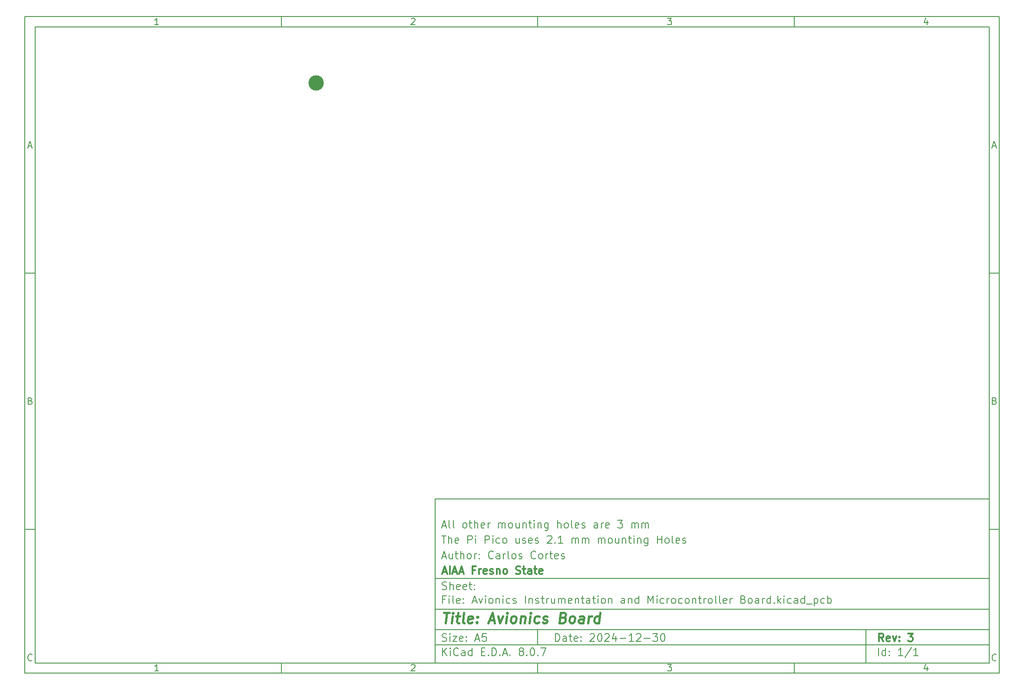
<source format=gbr>
%TF.GenerationSoftware,KiCad,Pcbnew,8.0.7*%
%TF.CreationDate,2024-12-31T14:19:16-08:00*%
%TF.ProjectId,Avionics Instrumentation and Microcontroller Board,4176696f-6e69-4637-9320-496e73747275,3*%
%TF.SameCoordinates,Original*%
%TF.FileFunction,Paste,Bot*%
%TF.FilePolarity,Positive*%
%FSLAX46Y46*%
G04 Gerber Fmt 4.6, Leading zero omitted, Abs format (unit mm)*
G04 Created by KiCad (PCBNEW 8.0.7) date 2024-12-31 14:19:16*
%MOMM*%
%LPD*%
G01*
G04 APERTURE LIST*
%ADD10C,0.100000*%
%ADD11C,0.150000*%
%ADD12C,0.300000*%
%ADD13C,0.400000*%
%ADD14C,3.000000*%
G04 APERTURE END LIST*
D10*
D11*
X90007200Y-104005800D02*
X198007200Y-104005800D01*
X198007200Y-136005800D01*
X90007200Y-136005800D01*
X90007200Y-104005800D01*
D10*
D11*
X10000000Y-10000000D02*
X200007200Y-10000000D01*
X200007200Y-138005800D01*
X10000000Y-138005800D01*
X10000000Y-10000000D01*
D10*
D11*
X12000000Y-12000000D02*
X198007200Y-12000000D01*
X198007200Y-136005800D01*
X12000000Y-136005800D01*
X12000000Y-12000000D01*
D10*
D11*
X60000000Y-12000000D02*
X60000000Y-10000000D01*
D10*
D11*
X110000000Y-12000000D02*
X110000000Y-10000000D01*
D10*
D11*
X160000000Y-12000000D02*
X160000000Y-10000000D01*
D10*
D11*
X36089160Y-11593604D02*
X35346303Y-11593604D01*
X35717731Y-11593604D02*
X35717731Y-10293604D01*
X35717731Y-10293604D02*
X35593922Y-10479319D01*
X35593922Y-10479319D02*
X35470112Y-10603128D01*
X35470112Y-10603128D02*
X35346303Y-10665033D01*
D10*
D11*
X85346303Y-10417414D02*
X85408207Y-10355509D01*
X85408207Y-10355509D02*
X85532017Y-10293604D01*
X85532017Y-10293604D02*
X85841541Y-10293604D01*
X85841541Y-10293604D02*
X85965350Y-10355509D01*
X85965350Y-10355509D02*
X86027255Y-10417414D01*
X86027255Y-10417414D02*
X86089160Y-10541223D01*
X86089160Y-10541223D02*
X86089160Y-10665033D01*
X86089160Y-10665033D02*
X86027255Y-10850747D01*
X86027255Y-10850747D02*
X85284398Y-11593604D01*
X85284398Y-11593604D02*
X86089160Y-11593604D01*
D10*
D11*
X135284398Y-10293604D02*
X136089160Y-10293604D01*
X136089160Y-10293604D02*
X135655826Y-10788842D01*
X135655826Y-10788842D02*
X135841541Y-10788842D01*
X135841541Y-10788842D02*
X135965350Y-10850747D01*
X135965350Y-10850747D02*
X136027255Y-10912652D01*
X136027255Y-10912652D02*
X136089160Y-11036461D01*
X136089160Y-11036461D02*
X136089160Y-11345985D01*
X136089160Y-11345985D02*
X136027255Y-11469795D01*
X136027255Y-11469795D02*
X135965350Y-11531700D01*
X135965350Y-11531700D02*
X135841541Y-11593604D01*
X135841541Y-11593604D02*
X135470112Y-11593604D01*
X135470112Y-11593604D02*
X135346303Y-11531700D01*
X135346303Y-11531700D02*
X135284398Y-11469795D01*
D10*
D11*
X185965350Y-10726938D02*
X185965350Y-11593604D01*
X185655826Y-10231700D02*
X185346303Y-11160271D01*
X185346303Y-11160271D02*
X186151064Y-11160271D01*
D10*
D11*
X60000000Y-136005800D02*
X60000000Y-138005800D01*
D10*
D11*
X110000000Y-136005800D02*
X110000000Y-138005800D01*
D10*
D11*
X160000000Y-136005800D02*
X160000000Y-138005800D01*
D10*
D11*
X36089160Y-137599404D02*
X35346303Y-137599404D01*
X35717731Y-137599404D02*
X35717731Y-136299404D01*
X35717731Y-136299404D02*
X35593922Y-136485119D01*
X35593922Y-136485119D02*
X35470112Y-136608928D01*
X35470112Y-136608928D02*
X35346303Y-136670833D01*
D10*
D11*
X85346303Y-136423214D02*
X85408207Y-136361309D01*
X85408207Y-136361309D02*
X85532017Y-136299404D01*
X85532017Y-136299404D02*
X85841541Y-136299404D01*
X85841541Y-136299404D02*
X85965350Y-136361309D01*
X85965350Y-136361309D02*
X86027255Y-136423214D01*
X86027255Y-136423214D02*
X86089160Y-136547023D01*
X86089160Y-136547023D02*
X86089160Y-136670833D01*
X86089160Y-136670833D02*
X86027255Y-136856547D01*
X86027255Y-136856547D02*
X85284398Y-137599404D01*
X85284398Y-137599404D02*
X86089160Y-137599404D01*
D10*
D11*
X135284398Y-136299404D02*
X136089160Y-136299404D01*
X136089160Y-136299404D02*
X135655826Y-136794642D01*
X135655826Y-136794642D02*
X135841541Y-136794642D01*
X135841541Y-136794642D02*
X135965350Y-136856547D01*
X135965350Y-136856547D02*
X136027255Y-136918452D01*
X136027255Y-136918452D02*
X136089160Y-137042261D01*
X136089160Y-137042261D02*
X136089160Y-137351785D01*
X136089160Y-137351785D02*
X136027255Y-137475595D01*
X136027255Y-137475595D02*
X135965350Y-137537500D01*
X135965350Y-137537500D02*
X135841541Y-137599404D01*
X135841541Y-137599404D02*
X135470112Y-137599404D01*
X135470112Y-137599404D02*
X135346303Y-137537500D01*
X135346303Y-137537500D02*
X135284398Y-137475595D01*
D10*
D11*
X185965350Y-136732738D02*
X185965350Y-137599404D01*
X185655826Y-136237500D02*
X185346303Y-137166071D01*
X185346303Y-137166071D02*
X186151064Y-137166071D01*
D10*
D11*
X10000000Y-60000000D02*
X12000000Y-60000000D01*
D10*
D11*
X10000000Y-110000000D02*
X12000000Y-110000000D01*
D10*
D11*
X10690476Y-35222176D02*
X11309523Y-35222176D01*
X10566666Y-35593604D02*
X10999999Y-34293604D01*
X10999999Y-34293604D02*
X11433333Y-35593604D01*
D10*
D11*
X11092857Y-84912652D02*
X11278571Y-84974557D01*
X11278571Y-84974557D02*
X11340476Y-85036461D01*
X11340476Y-85036461D02*
X11402380Y-85160271D01*
X11402380Y-85160271D02*
X11402380Y-85345985D01*
X11402380Y-85345985D02*
X11340476Y-85469795D01*
X11340476Y-85469795D02*
X11278571Y-85531700D01*
X11278571Y-85531700D02*
X11154761Y-85593604D01*
X11154761Y-85593604D02*
X10659523Y-85593604D01*
X10659523Y-85593604D02*
X10659523Y-84293604D01*
X10659523Y-84293604D02*
X11092857Y-84293604D01*
X11092857Y-84293604D02*
X11216666Y-84355509D01*
X11216666Y-84355509D02*
X11278571Y-84417414D01*
X11278571Y-84417414D02*
X11340476Y-84541223D01*
X11340476Y-84541223D02*
X11340476Y-84665033D01*
X11340476Y-84665033D02*
X11278571Y-84788842D01*
X11278571Y-84788842D02*
X11216666Y-84850747D01*
X11216666Y-84850747D02*
X11092857Y-84912652D01*
X11092857Y-84912652D02*
X10659523Y-84912652D01*
D10*
D11*
X11402380Y-135469795D02*
X11340476Y-135531700D01*
X11340476Y-135531700D02*
X11154761Y-135593604D01*
X11154761Y-135593604D02*
X11030952Y-135593604D01*
X11030952Y-135593604D02*
X10845238Y-135531700D01*
X10845238Y-135531700D02*
X10721428Y-135407890D01*
X10721428Y-135407890D02*
X10659523Y-135284080D01*
X10659523Y-135284080D02*
X10597619Y-135036461D01*
X10597619Y-135036461D02*
X10597619Y-134850747D01*
X10597619Y-134850747D02*
X10659523Y-134603128D01*
X10659523Y-134603128D02*
X10721428Y-134479319D01*
X10721428Y-134479319D02*
X10845238Y-134355509D01*
X10845238Y-134355509D02*
X11030952Y-134293604D01*
X11030952Y-134293604D02*
X11154761Y-134293604D01*
X11154761Y-134293604D02*
X11340476Y-134355509D01*
X11340476Y-134355509D02*
X11402380Y-134417414D01*
D10*
D11*
X200007200Y-60000000D02*
X198007200Y-60000000D01*
D10*
D11*
X200007200Y-110000000D02*
X198007200Y-110000000D01*
D10*
D11*
X198697676Y-35222176D02*
X199316723Y-35222176D01*
X198573866Y-35593604D02*
X199007199Y-34293604D01*
X199007199Y-34293604D02*
X199440533Y-35593604D01*
D10*
D11*
X199100057Y-84912652D02*
X199285771Y-84974557D01*
X199285771Y-84974557D02*
X199347676Y-85036461D01*
X199347676Y-85036461D02*
X199409580Y-85160271D01*
X199409580Y-85160271D02*
X199409580Y-85345985D01*
X199409580Y-85345985D02*
X199347676Y-85469795D01*
X199347676Y-85469795D02*
X199285771Y-85531700D01*
X199285771Y-85531700D02*
X199161961Y-85593604D01*
X199161961Y-85593604D02*
X198666723Y-85593604D01*
X198666723Y-85593604D02*
X198666723Y-84293604D01*
X198666723Y-84293604D02*
X199100057Y-84293604D01*
X199100057Y-84293604D02*
X199223866Y-84355509D01*
X199223866Y-84355509D02*
X199285771Y-84417414D01*
X199285771Y-84417414D02*
X199347676Y-84541223D01*
X199347676Y-84541223D02*
X199347676Y-84665033D01*
X199347676Y-84665033D02*
X199285771Y-84788842D01*
X199285771Y-84788842D02*
X199223866Y-84850747D01*
X199223866Y-84850747D02*
X199100057Y-84912652D01*
X199100057Y-84912652D02*
X198666723Y-84912652D01*
D10*
D11*
X199409580Y-135469795D02*
X199347676Y-135531700D01*
X199347676Y-135531700D02*
X199161961Y-135593604D01*
X199161961Y-135593604D02*
X199038152Y-135593604D01*
X199038152Y-135593604D02*
X198852438Y-135531700D01*
X198852438Y-135531700D02*
X198728628Y-135407890D01*
X198728628Y-135407890D02*
X198666723Y-135284080D01*
X198666723Y-135284080D02*
X198604819Y-135036461D01*
X198604819Y-135036461D02*
X198604819Y-134850747D01*
X198604819Y-134850747D02*
X198666723Y-134603128D01*
X198666723Y-134603128D02*
X198728628Y-134479319D01*
X198728628Y-134479319D02*
X198852438Y-134355509D01*
X198852438Y-134355509D02*
X199038152Y-134293604D01*
X199038152Y-134293604D02*
X199161961Y-134293604D01*
X199161961Y-134293604D02*
X199347676Y-134355509D01*
X199347676Y-134355509D02*
X199409580Y-134417414D01*
D10*
D11*
X113463026Y-131791928D02*
X113463026Y-130291928D01*
X113463026Y-130291928D02*
X113820169Y-130291928D01*
X113820169Y-130291928D02*
X114034455Y-130363357D01*
X114034455Y-130363357D02*
X114177312Y-130506214D01*
X114177312Y-130506214D02*
X114248741Y-130649071D01*
X114248741Y-130649071D02*
X114320169Y-130934785D01*
X114320169Y-130934785D02*
X114320169Y-131149071D01*
X114320169Y-131149071D02*
X114248741Y-131434785D01*
X114248741Y-131434785D02*
X114177312Y-131577642D01*
X114177312Y-131577642D02*
X114034455Y-131720500D01*
X114034455Y-131720500D02*
X113820169Y-131791928D01*
X113820169Y-131791928D02*
X113463026Y-131791928D01*
X115605884Y-131791928D02*
X115605884Y-131006214D01*
X115605884Y-131006214D02*
X115534455Y-130863357D01*
X115534455Y-130863357D02*
X115391598Y-130791928D01*
X115391598Y-130791928D02*
X115105884Y-130791928D01*
X115105884Y-130791928D02*
X114963026Y-130863357D01*
X115605884Y-131720500D02*
X115463026Y-131791928D01*
X115463026Y-131791928D02*
X115105884Y-131791928D01*
X115105884Y-131791928D02*
X114963026Y-131720500D01*
X114963026Y-131720500D02*
X114891598Y-131577642D01*
X114891598Y-131577642D02*
X114891598Y-131434785D01*
X114891598Y-131434785D02*
X114963026Y-131291928D01*
X114963026Y-131291928D02*
X115105884Y-131220500D01*
X115105884Y-131220500D02*
X115463026Y-131220500D01*
X115463026Y-131220500D02*
X115605884Y-131149071D01*
X116105884Y-130791928D02*
X116677312Y-130791928D01*
X116320169Y-130291928D02*
X116320169Y-131577642D01*
X116320169Y-131577642D02*
X116391598Y-131720500D01*
X116391598Y-131720500D02*
X116534455Y-131791928D01*
X116534455Y-131791928D02*
X116677312Y-131791928D01*
X117748741Y-131720500D02*
X117605884Y-131791928D01*
X117605884Y-131791928D02*
X117320170Y-131791928D01*
X117320170Y-131791928D02*
X117177312Y-131720500D01*
X117177312Y-131720500D02*
X117105884Y-131577642D01*
X117105884Y-131577642D02*
X117105884Y-131006214D01*
X117105884Y-131006214D02*
X117177312Y-130863357D01*
X117177312Y-130863357D02*
X117320170Y-130791928D01*
X117320170Y-130791928D02*
X117605884Y-130791928D01*
X117605884Y-130791928D02*
X117748741Y-130863357D01*
X117748741Y-130863357D02*
X117820170Y-131006214D01*
X117820170Y-131006214D02*
X117820170Y-131149071D01*
X117820170Y-131149071D02*
X117105884Y-131291928D01*
X118463026Y-131649071D02*
X118534455Y-131720500D01*
X118534455Y-131720500D02*
X118463026Y-131791928D01*
X118463026Y-131791928D02*
X118391598Y-131720500D01*
X118391598Y-131720500D02*
X118463026Y-131649071D01*
X118463026Y-131649071D02*
X118463026Y-131791928D01*
X118463026Y-130863357D02*
X118534455Y-130934785D01*
X118534455Y-130934785D02*
X118463026Y-131006214D01*
X118463026Y-131006214D02*
X118391598Y-130934785D01*
X118391598Y-130934785D02*
X118463026Y-130863357D01*
X118463026Y-130863357D02*
X118463026Y-131006214D01*
X120248741Y-130434785D02*
X120320169Y-130363357D01*
X120320169Y-130363357D02*
X120463027Y-130291928D01*
X120463027Y-130291928D02*
X120820169Y-130291928D01*
X120820169Y-130291928D02*
X120963027Y-130363357D01*
X120963027Y-130363357D02*
X121034455Y-130434785D01*
X121034455Y-130434785D02*
X121105884Y-130577642D01*
X121105884Y-130577642D02*
X121105884Y-130720500D01*
X121105884Y-130720500D02*
X121034455Y-130934785D01*
X121034455Y-130934785D02*
X120177312Y-131791928D01*
X120177312Y-131791928D02*
X121105884Y-131791928D01*
X122034455Y-130291928D02*
X122177312Y-130291928D01*
X122177312Y-130291928D02*
X122320169Y-130363357D01*
X122320169Y-130363357D02*
X122391598Y-130434785D01*
X122391598Y-130434785D02*
X122463026Y-130577642D01*
X122463026Y-130577642D02*
X122534455Y-130863357D01*
X122534455Y-130863357D02*
X122534455Y-131220500D01*
X122534455Y-131220500D02*
X122463026Y-131506214D01*
X122463026Y-131506214D02*
X122391598Y-131649071D01*
X122391598Y-131649071D02*
X122320169Y-131720500D01*
X122320169Y-131720500D02*
X122177312Y-131791928D01*
X122177312Y-131791928D02*
X122034455Y-131791928D01*
X122034455Y-131791928D02*
X121891598Y-131720500D01*
X121891598Y-131720500D02*
X121820169Y-131649071D01*
X121820169Y-131649071D02*
X121748740Y-131506214D01*
X121748740Y-131506214D02*
X121677312Y-131220500D01*
X121677312Y-131220500D02*
X121677312Y-130863357D01*
X121677312Y-130863357D02*
X121748740Y-130577642D01*
X121748740Y-130577642D02*
X121820169Y-130434785D01*
X121820169Y-130434785D02*
X121891598Y-130363357D01*
X121891598Y-130363357D02*
X122034455Y-130291928D01*
X123105883Y-130434785D02*
X123177311Y-130363357D01*
X123177311Y-130363357D02*
X123320169Y-130291928D01*
X123320169Y-130291928D02*
X123677311Y-130291928D01*
X123677311Y-130291928D02*
X123820169Y-130363357D01*
X123820169Y-130363357D02*
X123891597Y-130434785D01*
X123891597Y-130434785D02*
X123963026Y-130577642D01*
X123963026Y-130577642D02*
X123963026Y-130720500D01*
X123963026Y-130720500D02*
X123891597Y-130934785D01*
X123891597Y-130934785D02*
X123034454Y-131791928D01*
X123034454Y-131791928D02*
X123963026Y-131791928D01*
X125248740Y-130791928D02*
X125248740Y-131791928D01*
X124891597Y-130220500D02*
X124534454Y-131291928D01*
X124534454Y-131291928D02*
X125463025Y-131291928D01*
X126034453Y-131220500D02*
X127177311Y-131220500D01*
X128677311Y-131791928D02*
X127820168Y-131791928D01*
X128248739Y-131791928D02*
X128248739Y-130291928D01*
X128248739Y-130291928D02*
X128105882Y-130506214D01*
X128105882Y-130506214D02*
X127963025Y-130649071D01*
X127963025Y-130649071D02*
X127820168Y-130720500D01*
X129248739Y-130434785D02*
X129320167Y-130363357D01*
X129320167Y-130363357D02*
X129463025Y-130291928D01*
X129463025Y-130291928D02*
X129820167Y-130291928D01*
X129820167Y-130291928D02*
X129963025Y-130363357D01*
X129963025Y-130363357D02*
X130034453Y-130434785D01*
X130034453Y-130434785D02*
X130105882Y-130577642D01*
X130105882Y-130577642D02*
X130105882Y-130720500D01*
X130105882Y-130720500D02*
X130034453Y-130934785D01*
X130034453Y-130934785D02*
X129177310Y-131791928D01*
X129177310Y-131791928D02*
X130105882Y-131791928D01*
X130748738Y-131220500D02*
X131891596Y-131220500D01*
X132463024Y-130291928D02*
X133391596Y-130291928D01*
X133391596Y-130291928D02*
X132891596Y-130863357D01*
X132891596Y-130863357D02*
X133105881Y-130863357D01*
X133105881Y-130863357D02*
X133248739Y-130934785D01*
X133248739Y-130934785D02*
X133320167Y-131006214D01*
X133320167Y-131006214D02*
X133391596Y-131149071D01*
X133391596Y-131149071D02*
X133391596Y-131506214D01*
X133391596Y-131506214D02*
X133320167Y-131649071D01*
X133320167Y-131649071D02*
X133248739Y-131720500D01*
X133248739Y-131720500D02*
X133105881Y-131791928D01*
X133105881Y-131791928D02*
X132677310Y-131791928D01*
X132677310Y-131791928D02*
X132534453Y-131720500D01*
X132534453Y-131720500D02*
X132463024Y-131649071D01*
X134320167Y-130291928D02*
X134463024Y-130291928D01*
X134463024Y-130291928D02*
X134605881Y-130363357D01*
X134605881Y-130363357D02*
X134677310Y-130434785D01*
X134677310Y-130434785D02*
X134748738Y-130577642D01*
X134748738Y-130577642D02*
X134820167Y-130863357D01*
X134820167Y-130863357D02*
X134820167Y-131220500D01*
X134820167Y-131220500D02*
X134748738Y-131506214D01*
X134748738Y-131506214D02*
X134677310Y-131649071D01*
X134677310Y-131649071D02*
X134605881Y-131720500D01*
X134605881Y-131720500D02*
X134463024Y-131791928D01*
X134463024Y-131791928D02*
X134320167Y-131791928D01*
X134320167Y-131791928D02*
X134177310Y-131720500D01*
X134177310Y-131720500D02*
X134105881Y-131649071D01*
X134105881Y-131649071D02*
X134034452Y-131506214D01*
X134034452Y-131506214D02*
X133963024Y-131220500D01*
X133963024Y-131220500D02*
X133963024Y-130863357D01*
X133963024Y-130863357D02*
X134034452Y-130577642D01*
X134034452Y-130577642D02*
X134105881Y-130434785D01*
X134105881Y-130434785D02*
X134177310Y-130363357D01*
X134177310Y-130363357D02*
X134320167Y-130291928D01*
D10*
D11*
X90007200Y-132505800D02*
X198007200Y-132505800D01*
D10*
D11*
X91463026Y-134591928D02*
X91463026Y-133091928D01*
X92320169Y-134591928D02*
X91677312Y-133734785D01*
X92320169Y-133091928D02*
X91463026Y-133949071D01*
X92963026Y-134591928D02*
X92963026Y-133591928D01*
X92963026Y-133091928D02*
X92891598Y-133163357D01*
X92891598Y-133163357D02*
X92963026Y-133234785D01*
X92963026Y-133234785D02*
X93034455Y-133163357D01*
X93034455Y-133163357D02*
X92963026Y-133091928D01*
X92963026Y-133091928D02*
X92963026Y-133234785D01*
X94534455Y-134449071D02*
X94463027Y-134520500D01*
X94463027Y-134520500D02*
X94248741Y-134591928D01*
X94248741Y-134591928D02*
X94105884Y-134591928D01*
X94105884Y-134591928D02*
X93891598Y-134520500D01*
X93891598Y-134520500D02*
X93748741Y-134377642D01*
X93748741Y-134377642D02*
X93677312Y-134234785D01*
X93677312Y-134234785D02*
X93605884Y-133949071D01*
X93605884Y-133949071D02*
X93605884Y-133734785D01*
X93605884Y-133734785D02*
X93677312Y-133449071D01*
X93677312Y-133449071D02*
X93748741Y-133306214D01*
X93748741Y-133306214D02*
X93891598Y-133163357D01*
X93891598Y-133163357D02*
X94105884Y-133091928D01*
X94105884Y-133091928D02*
X94248741Y-133091928D01*
X94248741Y-133091928D02*
X94463027Y-133163357D01*
X94463027Y-133163357D02*
X94534455Y-133234785D01*
X95820170Y-134591928D02*
X95820170Y-133806214D01*
X95820170Y-133806214D02*
X95748741Y-133663357D01*
X95748741Y-133663357D02*
X95605884Y-133591928D01*
X95605884Y-133591928D02*
X95320170Y-133591928D01*
X95320170Y-133591928D02*
X95177312Y-133663357D01*
X95820170Y-134520500D02*
X95677312Y-134591928D01*
X95677312Y-134591928D02*
X95320170Y-134591928D01*
X95320170Y-134591928D02*
X95177312Y-134520500D01*
X95177312Y-134520500D02*
X95105884Y-134377642D01*
X95105884Y-134377642D02*
X95105884Y-134234785D01*
X95105884Y-134234785D02*
X95177312Y-134091928D01*
X95177312Y-134091928D02*
X95320170Y-134020500D01*
X95320170Y-134020500D02*
X95677312Y-134020500D01*
X95677312Y-134020500D02*
X95820170Y-133949071D01*
X97177313Y-134591928D02*
X97177313Y-133091928D01*
X97177313Y-134520500D02*
X97034455Y-134591928D01*
X97034455Y-134591928D02*
X96748741Y-134591928D01*
X96748741Y-134591928D02*
X96605884Y-134520500D01*
X96605884Y-134520500D02*
X96534455Y-134449071D01*
X96534455Y-134449071D02*
X96463027Y-134306214D01*
X96463027Y-134306214D02*
X96463027Y-133877642D01*
X96463027Y-133877642D02*
X96534455Y-133734785D01*
X96534455Y-133734785D02*
X96605884Y-133663357D01*
X96605884Y-133663357D02*
X96748741Y-133591928D01*
X96748741Y-133591928D02*
X97034455Y-133591928D01*
X97034455Y-133591928D02*
X97177313Y-133663357D01*
X99034455Y-133806214D02*
X99534455Y-133806214D01*
X99748741Y-134591928D02*
X99034455Y-134591928D01*
X99034455Y-134591928D02*
X99034455Y-133091928D01*
X99034455Y-133091928D02*
X99748741Y-133091928D01*
X100391598Y-134449071D02*
X100463027Y-134520500D01*
X100463027Y-134520500D02*
X100391598Y-134591928D01*
X100391598Y-134591928D02*
X100320170Y-134520500D01*
X100320170Y-134520500D02*
X100391598Y-134449071D01*
X100391598Y-134449071D02*
X100391598Y-134591928D01*
X101105884Y-134591928D02*
X101105884Y-133091928D01*
X101105884Y-133091928D02*
X101463027Y-133091928D01*
X101463027Y-133091928D02*
X101677313Y-133163357D01*
X101677313Y-133163357D02*
X101820170Y-133306214D01*
X101820170Y-133306214D02*
X101891599Y-133449071D01*
X101891599Y-133449071D02*
X101963027Y-133734785D01*
X101963027Y-133734785D02*
X101963027Y-133949071D01*
X101963027Y-133949071D02*
X101891599Y-134234785D01*
X101891599Y-134234785D02*
X101820170Y-134377642D01*
X101820170Y-134377642D02*
X101677313Y-134520500D01*
X101677313Y-134520500D02*
X101463027Y-134591928D01*
X101463027Y-134591928D02*
X101105884Y-134591928D01*
X102605884Y-134449071D02*
X102677313Y-134520500D01*
X102677313Y-134520500D02*
X102605884Y-134591928D01*
X102605884Y-134591928D02*
X102534456Y-134520500D01*
X102534456Y-134520500D02*
X102605884Y-134449071D01*
X102605884Y-134449071D02*
X102605884Y-134591928D01*
X103248742Y-134163357D02*
X103963028Y-134163357D01*
X103105885Y-134591928D02*
X103605885Y-133091928D01*
X103605885Y-133091928D02*
X104105885Y-134591928D01*
X104605884Y-134449071D02*
X104677313Y-134520500D01*
X104677313Y-134520500D02*
X104605884Y-134591928D01*
X104605884Y-134591928D02*
X104534456Y-134520500D01*
X104534456Y-134520500D02*
X104605884Y-134449071D01*
X104605884Y-134449071D02*
X104605884Y-134591928D01*
X106677313Y-133734785D02*
X106534456Y-133663357D01*
X106534456Y-133663357D02*
X106463027Y-133591928D01*
X106463027Y-133591928D02*
X106391599Y-133449071D01*
X106391599Y-133449071D02*
X106391599Y-133377642D01*
X106391599Y-133377642D02*
X106463027Y-133234785D01*
X106463027Y-133234785D02*
X106534456Y-133163357D01*
X106534456Y-133163357D02*
X106677313Y-133091928D01*
X106677313Y-133091928D02*
X106963027Y-133091928D01*
X106963027Y-133091928D02*
X107105885Y-133163357D01*
X107105885Y-133163357D02*
X107177313Y-133234785D01*
X107177313Y-133234785D02*
X107248742Y-133377642D01*
X107248742Y-133377642D02*
X107248742Y-133449071D01*
X107248742Y-133449071D02*
X107177313Y-133591928D01*
X107177313Y-133591928D02*
X107105885Y-133663357D01*
X107105885Y-133663357D02*
X106963027Y-133734785D01*
X106963027Y-133734785D02*
X106677313Y-133734785D01*
X106677313Y-133734785D02*
X106534456Y-133806214D01*
X106534456Y-133806214D02*
X106463027Y-133877642D01*
X106463027Y-133877642D02*
X106391599Y-134020500D01*
X106391599Y-134020500D02*
X106391599Y-134306214D01*
X106391599Y-134306214D02*
X106463027Y-134449071D01*
X106463027Y-134449071D02*
X106534456Y-134520500D01*
X106534456Y-134520500D02*
X106677313Y-134591928D01*
X106677313Y-134591928D02*
X106963027Y-134591928D01*
X106963027Y-134591928D02*
X107105885Y-134520500D01*
X107105885Y-134520500D02*
X107177313Y-134449071D01*
X107177313Y-134449071D02*
X107248742Y-134306214D01*
X107248742Y-134306214D02*
X107248742Y-134020500D01*
X107248742Y-134020500D02*
X107177313Y-133877642D01*
X107177313Y-133877642D02*
X107105885Y-133806214D01*
X107105885Y-133806214D02*
X106963027Y-133734785D01*
X107891598Y-134449071D02*
X107963027Y-134520500D01*
X107963027Y-134520500D02*
X107891598Y-134591928D01*
X107891598Y-134591928D02*
X107820170Y-134520500D01*
X107820170Y-134520500D02*
X107891598Y-134449071D01*
X107891598Y-134449071D02*
X107891598Y-134591928D01*
X108891599Y-133091928D02*
X109034456Y-133091928D01*
X109034456Y-133091928D02*
X109177313Y-133163357D01*
X109177313Y-133163357D02*
X109248742Y-133234785D01*
X109248742Y-133234785D02*
X109320170Y-133377642D01*
X109320170Y-133377642D02*
X109391599Y-133663357D01*
X109391599Y-133663357D02*
X109391599Y-134020500D01*
X109391599Y-134020500D02*
X109320170Y-134306214D01*
X109320170Y-134306214D02*
X109248742Y-134449071D01*
X109248742Y-134449071D02*
X109177313Y-134520500D01*
X109177313Y-134520500D02*
X109034456Y-134591928D01*
X109034456Y-134591928D02*
X108891599Y-134591928D01*
X108891599Y-134591928D02*
X108748742Y-134520500D01*
X108748742Y-134520500D02*
X108677313Y-134449071D01*
X108677313Y-134449071D02*
X108605884Y-134306214D01*
X108605884Y-134306214D02*
X108534456Y-134020500D01*
X108534456Y-134020500D02*
X108534456Y-133663357D01*
X108534456Y-133663357D02*
X108605884Y-133377642D01*
X108605884Y-133377642D02*
X108677313Y-133234785D01*
X108677313Y-133234785D02*
X108748742Y-133163357D01*
X108748742Y-133163357D02*
X108891599Y-133091928D01*
X110034455Y-134449071D02*
X110105884Y-134520500D01*
X110105884Y-134520500D02*
X110034455Y-134591928D01*
X110034455Y-134591928D02*
X109963027Y-134520500D01*
X109963027Y-134520500D02*
X110034455Y-134449071D01*
X110034455Y-134449071D02*
X110034455Y-134591928D01*
X110605884Y-133091928D02*
X111605884Y-133091928D01*
X111605884Y-133091928D02*
X110963027Y-134591928D01*
D10*
D11*
X90007200Y-129505800D02*
X198007200Y-129505800D01*
D10*
D12*
X177418853Y-131784128D02*
X176918853Y-131069842D01*
X176561710Y-131784128D02*
X176561710Y-130284128D01*
X176561710Y-130284128D02*
X177133139Y-130284128D01*
X177133139Y-130284128D02*
X177275996Y-130355557D01*
X177275996Y-130355557D02*
X177347425Y-130426985D01*
X177347425Y-130426985D02*
X177418853Y-130569842D01*
X177418853Y-130569842D02*
X177418853Y-130784128D01*
X177418853Y-130784128D02*
X177347425Y-130926985D01*
X177347425Y-130926985D02*
X177275996Y-130998414D01*
X177275996Y-130998414D02*
X177133139Y-131069842D01*
X177133139Y-131069842D02*
X176561710Y-131069842D01*
X178633139Y-131712700D02*
X178490282Y-131784128D01*
X178490282Y-131784128D02*
X178204568Y-131784128D01*
X178204568Y-131784128D02*
X178061710Y-131712700D01*
X178061710Y-131712700D02*
X177990282Y-131569842D01*
X177990282Y-131569842D02*
X177990282Y-130998414D01*
X177990282Y-130998414D02*
X178061710Y-130855557D01*
X178061710Y-130855557D02*
X178204568Y-130784128D01*
X178204568Y-130784128D02*
X178490282Y-130784128D01*
X178490282Y-130784128D02*
X178633139Y-130855557D01*
X178633139Y-130855557D02*
X178704568Y-130998414D01*
X178704568Y-130998414D02*
X178704568Y-131141271D01*
X178704568Y-131141271D02*
X177990282Y-131284128D01*
X179204567Y-130784128D02*
X179561710Y-131784128D01*
X179561710Y-131784128D02*
X179918853Y-130784128D01*
X180490281Y-131641271D02*
X180561710Y-131712700D01*
X180561710Y-131712700D02*
X180490281Y-131784128D01*
X180490281Y-131784128D02*
X180418853Y-131712700D01*
X180418853Y-131712700D02*
X180490281Y-131641271D01*
X180490281Y-131641271D02*
X180490281Y-131784128D01*
X180490281Y-130855557D02*
X180561710Y-130926985D01*
X180561710Y-130926985D02*
X180490281Y-130998414D01*
X180490281Y-130998414D02*
X180418853Y-130926985D01*
X180418853Y-130926985D02*
X180490281Y-130855557D01*
X180490281Y-130855557D02*
X180490281Y-130998414D01*
X182204567Y-130284128D02*
X183133139Y-130284128D01*
X183133139Y-130284128D02*
X182633139Y-130855557D01*
X182633139Y-130855557D02*
X182847424Y-130855557D01*
X182847424Y-130855557D02*
X182990282Y-130926985D01*
X182990282Y-130926985D02*
X183061710Y-130998414D01*
X183061710Y-130998414D02*
X183133139Y-131141271D01*
X183133139Y-131141271D02*
X183133139Y-131498414D01*
X183133139Y-131498414D02*
X183061710Y-131641271D01*
X183061710Y-131641271D02*
X182990282Y-131712700D01*
X182990282Y-131712700D02*
X182847424Y-131784128D01*
X182847424Y-131784128D02*
X182418853Y-131784128D01*
X182418853Y-131784128D02*
X182275996Y-131712700D01*
X182275996Y-131712700D02*
X182204567Y-131641271D01*
D10*
D11*
X91391598Y-131720500D02*
X91605884Y-131791928D01*
X91605884Y-131791928D02*
X91963026Y-131791928D01*
X91963026Y-131791928D02*
X92105884Y-131720500D01*
X92105884Y-131720500D02*
X92177312Y-131649071D01*
X92177312Y-131649071D02*
X92248741Y-131506214D01*
X92248741Y-131506214D02*
X92248741Y-131363357D01*
X92248741Y-131363357D02*
X92177312Y-131220500D01*
X92177312Y-131220500D02*
X92105884Y-131149071D01*
X92105884Y-131149071D02*
X91963026Y-131077642D01*
X91963026Y-131077642D02*
X91677312Y-131006214D01*
X91677312Y-131006214D02*
X91534455Y-130934785D01*
X91534455Y-130934785D02*
X91463026Y-130863357D01*
X91463026Y-130863357D02*
X91391598Y-130720500D01*
X91391598Y-130720500D02*
X91391598Y-130577642D01*
X91391598Y-130577642D02*
X91463026Y-130434785D01*
X91463026Y-130434785D02*
X91534455Y-130363357D01*
X91534455Y-130363357D02*
X91677312Y-130291928D01*
X91677312Y-130291928D02*
X92034455Y-130291928D01*
X92034455Y-130291928D02*
X92248741Y-130363357D01*
X92891597Y-131791928D02*
X92891597Y-130791928D01*
X92891597Y-130291928D02*
X92820169Y-130363357D01*
X92820169Y-130363357D02*
X92891597Y-130434785D01*
X92891597Y-130434785D02*
X92963026Y-130363357D01*
X92963026Y-130363357D02*
X92891597Y-130291928D01*
X92891597Y-130291928D02*
X92891597Y-130434785D01*
X93463026Y-130791928D02*
X94248741Y-130791928D01*
X94248741Y-130791928D02*
X93463026Y-131791928D01*
X93463026Y-131791928D02*
X94248741Y-131791928D01*
X95391598Y-131720500D02*
X95248741Y-131791928D01*
X95248741Y-131791928D02*
X94963027Y-131791928D01*
X94963027Y-131791928D02*
X94820169Y-131720500D01*
X94820169Y-131720500D02*
X94748741Y-131577642D01*
X94748741Y-131577642D02*
X94748741Y-131006214D01*
X94748741Y-131006214D02*
X94820169Y-130863357D01*
X94820169Y-130863357D02*
X94963027Y-130791928D01*
X94963027Y-130791928D02*
X95248741Y-130791928D01*
X95248741Y-130791928D02*
X95391598Y-130863357D01*
X95391598Y-130863357D02*
X95463027Y-131006214D01*
X95463027Y-131006214D02*
X95463027Y-131149071D01*
X95463027Y-131149071D02*
X94748741Y-131291928D01*
X96105883Y-131649071D02*
X96177312Y-131720500D01*
X96177312Y-131720500D02*
X96105883Y-131791928D01*
X96105883Y-131791928D02*
X96034455Y-131720500D01*
X96034455Y-131720500D02*
X96105883Y-131649071D01*
X96105883Y-131649071D02*
X96105883Y-131791928D01*
X96105883Y-130863357D02*
X96177312Y-130934785D01*
X96177312Y-130934785D02*
X96105883Y-131006214D01*
X96105883Y-131006214D02*
X96034455Y-130934785D01*
X96034455Y-130934785D02*
X96105883Y-130863357D01*
X96105883Y-130863357D02*
X96105883Y-131006214D01*
X97891598Y-131363357D02*
X98605884Y-131363357D01*
X97748741Y-131791928D02*
X98248741Y-130291928D01*
X98248741Y-130291928D02*
X98748741Y-131791928D01*
X99963026Y-130291928D02*
X99248740Y-130291928D01*
X99248740Y-130291928D02*
X99177312Y-131006214D01*
X99177312Y-131006214D02*
X99248740Y-130934785D01*
X99248740Y-130934785D02*
X99391598Y-130863357D01*
X99391598Y-130863357D02*
X99748740Y-130863357D01*
X99748740Y-130863357D02*
X99891598Y-130934785D01*
X99891598Y-130934785D02*
X99963026Y-131006214D01*
X99963026Y-131006214D02*
X100034455Y-131149071D01*
X100034455Y-131149071D02*
X100034455Y-131506214D01*
X100034455Y-131506214D02*
X99963026Y-131649071D01*
X99963026Y-131649071D02*
X99891598Y-131720500D01*
X99891598Y-131720500D02*
X99748740Y-131791928D01*
X99748740Y-131791928D02*
X99391598Y-131791928D01*
X99391598Y-131791928D02*
X99248740Y-131720500D01*
X99248740Y-131720500D02*
X99177312Y-131649071D01*
D10*
D11*
X176463026Y-134591928D02*
X176463026Y-133091928D01*
X177820170Y-134591928D02*
X177820170Y-133091928D01*
X177820170Y-134520500D02*
X177677312Y-134591928D01*
X177677312Y-134591928D02*
X177391598Y-134591928D01*
X177391598Y-134591928D02*
X177248741Y-134520500D01*
X177248741Y-134520500D02*
X177177312Y-134449071D01*
X177177312Y-134449071D02*
X177105884Y-134306214D01*
X177105884Y-134306214D02*
X177105884Y-133877642D01*
X177105884Y-133877642D02*
X177177312Y-133734785D01*
X177177312Y-133734785D02*
X177248741Y-133663357D01*
X177248741Y-133663357D02*
X177391598Y-133591928D01*
X177391598Y-133591928D02*
X177677312Y-133591928D01*
X177677312Y-133591928D02*
X177820170Y-133663357D01*
X178534455Y-134449071D02*
X178605884Y-134520500D01*
X178605884Y-134520500D02*
X178534455Y-134591928D01*
X178534455Y-134591928D02*
X178463027Y-134520500D01*
X178463027Y-134520500D02*
X178534455Y-134449071D01*
X178534455Y-134449071D02*
X178534455Y-134591928D01*
X178534455Y-133663357D02*
X178605884Y-133734785D01*
X178605884Y-133734785D02*
X178534455Y-133806214D01*
X178534455Y-133806214D02*
X178463027Y-133734785D01*
X178463027Y-133734785D02*
X178534455Y-133663357D01*
X178534455Y-133663357D02*
X178534455Y-133806214D01*
X181177313Y-134591928D02*
X180320170Y-134591928D01*
X180748741Y-134591928D02*
X180748741Y-133091928D01*
X180748741Y-133091928D02*
X180605884Y-133306214D01*
X180605884Y-133306214D02*
X180463027Y-133449071D01*
X180463027Y-133449071D02*
X180320170Y-133520500D01*
X182891598Y-133020500D02*
X181605884Y-134949071D01*
X184177313Y-134591928D02*
X183320170Y-134591928D01*
X183748741Y-134591928D02*
X183748741Y-133091928D01*
X183748741Y-133091928D02*
X183605884Y-133306214D01*
X183605884Y-133306214D02*
X183463027Y-133449071D01*
X183463027Y-133449071D02*
X183320170Y-133520500D01*
D10*
D11*
X90007200Y-125505800D02*
X198007200Y-125505800D01*
D10*
D13*
X91698928Y-126210238D02*
X92841785Y-126210238D01*
X92020357Y-128210238D02*
X92270357Y-126210238D01*
X93258452Y-128210238D02*
X93425119Y-126876904D01*
X93508452Y-126210238D02*
X93401309Y-126305476D01*
X93401309Y-126305476D02*
X93484643Y-126400714D01*
X93484643Y-126400714D02*
X93591786Y-126305476D01*
X93591786Y-126305476D02*
X93508452Y-126210238D01*
X93508452Y-126210238D02*
X93484643Y-126400714D01*
X94091786Y-126876904D02*
X94853690Y-126876904D01*
X94460833Y-126210238D02*
X94246548Y-127924523D01*
X94246548Y-127924523D02*
X94317976Y-128115000D01*
X94317976Y-128115000D02*
X94496548Y-128210238D01*
X94496548Y-128210238D02*
X94687024Y-128210238D01*
X95639405Y-128210238D02*
X95460833Y-128115000D01*
X95460833Y-128115000D02*
X95389405Y-127924523D01*
X95389405Y-127924523D02*
X95603690Y-126210238D01*
X97175119Y-128115000D02*
X96972738Y-128210238D01*
X96972738Y-128210238D02*
X96591785Y-128210238D01*
X96591785Y-128210238D02*
X96413214Y-128115000D01*
X96413214Y-128115000D02*
X96341785Y-127924523D01*
X96341785Y-127924523D02*
X96437024Y-127162619D01*
X96437024Y-127162619D02*
X96556071Y-126972142D01*
X96556071Y-126972142D02*
X96758452Y-126876904D01*
X96758452Y-126876904D02*
X97139404Y-126876904D01*
X97139404Y-126876904D02*
X97317976Y-126972142D01*
X97317976Y-126972142D02*
X97389404Y-127162619D01*
X97389404Y-127162619D02*
X97365595Y-127353095D01*
X97365595Y-127353095D02*
X96389404Y-127543571D01*
X98139405Y-128019761D02*
X98222738Y-128115000D01*
X98222738Y-128115000D02*
X98115595Y-128210238D01*
X98115595Y-128210238D02*
X98032262Y-128115000D01*
X98032262Y-128115000D02*
X98139405Y-128019761D01*
X98139405Y-128019761D02*
X98115595Y-128210238D01*
X98270357Y-126972142D02*
X98353690Y-127067380D01*
X98353690Y-127067380D02*
X98246548Y-127162619D01*
X98246548Y-127162619D02*
X98163214Y-127067380D01*
X98163214Y-127067380D02*
X98270357Y-126972142D01*
X98270357Y-126972142D02*
X98246548Y-127162619D01*
X100567977Y-127638809D02*
X101520358Y-127638809D01*
X100306072Y-128210238D02*
X101222739Y-126210238D01*
X101222739Y-126210238D02*
X101639405Y-128210238D01*
X102282263Y-126876904D02*
X102591787Y-128210238D01*
X102591787Y-128210238D02*
X103234644Y-126876904D01*
X103829882Y-128210238D02*
X103996549Y-126876904D01*
X104079882Y-126210238D02*
X103972739Y-126305476D01*
X103972739Y-126305476D02*
X104056073Y-126400714D01*
X104056073Y-126400714D02*
X104163216Y-126305476D01*
X104163216Y-126305476D02*
X104079882Y-126210238D01*
X104079882Y-126210238D02*
X104056073Y-126400714D01*
X105067978Y-128210238D02*
X104889406Y-128115000D01*
X104889406Y-128115000D02*
X104806073Y-128019761D01*
X104806073Y-128019761D02*
X104734644Y-127829285D01*
X104734644Y-127829285D02*
X104806073Y-127257857D01*
X104806073Y-127257857D02*
X104925120Y-127067380D01*
X104925120Y-127067380D02*
X105032263Y-126972142D01*
X105032263Y-126972142D02*
X105234644Y-126876904D01*
X105234644Y-126876904D02*
X105520358Y-126876904D01*
X105520358Y-126876904D02*
X105698930Y-126972142D01*
X105698930Y-126972142D02*
X105782263Y-127067380D01*
X105782263Y-127067380D02*
X105853692Y-127257857D01*
X105853692Y-127257857D02*
X105782263Y-127829285D01*
X105782263Y-127829285D02*
X105663216Y-128019761D01*
X105663216Y-128019761D02*
X105556073Y-128115000D01*
X105556073Y-128115000D02*
X105353692Y-128210238D01*
X105353692Y-128210238D02*
X105067978Y-128210238D01*
X106758454Y-126876904D02*
X106591787Y-128210238D01*
X106734644Y-127067380D02*
X106841787Y-126972142D01*
X106841787Y-126972142D02*
X107044168Y-126876904D01*
X107044168Y-126876904D02*
X107329882Y-126876904D01*
X107329882Y-126876904D02*
X107508454Y-126972142D01*
X107508454Y-126972142D02*
X107579882Y-127162619D01*
X107579882Y-127162619D02*
X107448930Y-128210238D01*
X108401311Y-128210238D02*
X108567978Y-126876904D01*
X108651311Y-126210238D02*
X108544168Y-126305476D01*
X108544168Y-126305476D02*
X108627502Y-126400714D01*
X108627502Y-126400714D02*
X108734645Y-126305476D01*
X108734645Y-126305476D02*
X108651311Y-126210238D01*
X108651311Y-126210238D02*
X108627502Y-126400714D01*
X110222740Y-128115000D02*
X110020359Y-128210238D01*
X110020359Y-128210238D02*
X109639407Y-128210238D01*
X109639407Y-128210238D02*
X109460835Y-128115000D01*
X109460835Y-128115000D02*
X109377502Y-128019761D01*
X109377502Y-128019761D02*
X109306073Y-127829285D01*
X109306073Y-127829285D02*
X109377502Y-127257857D01*
X109377502Y-127257857D02*
X109496549Y-127067380D01*
X109496549Y-127067380D02*
X109603692Y-126972142D01*
X109603692Y-126972142D02*
X109806073Y-126876904D01*
X109806073Y-126876904D02*
X110187026Y-126876904D01*
X110187026Y-126876904D02*
X110365597Y-126972142D01*
X110984645Y-128115000D02*
X111163216Y-128210238D01*
X111163216Y-128210238D02*
X111544169Y-128210238D01*
X111544169Y-128210238D02*
X111746550Y-128115000D01*
X111746550Y-128115000D02*
X111865597Y-127924523D01*
X111865597Y-127924523D02*
X111877502Y-127829285D01*
X111877502Y-127829285D02*
X111806073Y-127638809D01*
X111806073Y-127638809D02*
X111627502Y-127543571D01*
X111627502Y-127543571D02*
X111341788Y-127543571D01*
X111341788Y-127543571D02*
X111163216Y-127448333D01*
X111163216Y-127448333D02*
X111091788Y-127257857D01*
X111091788Y-127257857D02*
X111103693Y-127162619D01*
X111103693Y-127162619D02*
X111222740Y-126972142D01*
X111222740Y-126972142D02*
X111425121Y-126876904D01*
X111425121Y-126876904D02*
X111710835Y-126876904D01*
X111710835Y-126876904D02*
X111889407Y-126972142D01*
X115008455Y-127162619D02*
X115282265Y-127257857D01*
X115282265Y-127257857D02*
X115365598Y-127353095D01*
X115365598Y-127353095D02*
X115437027Y-127543571D01*
X115437027Y-127543571D02*
X115401312Y-127829285D01*
X115401312Y-127829285D02*
X115282265Y-128019761D01*
X115282265Y-128019761D02*
X115175122Y-128115000D01*
X115175122Y-128115000D02*
X114972741Y-128210238D01*
X114972741Y-128210238D02*
X114210836Y-128210238D01*
X114210836Y-128210238D02*
X114460836Y-126210238D01*
X114460836Y-126210238D02*
X115127503Y-126210238D01*
X115127503Y-126210238D02*
X115306074Y-126305476D01*
X115306074Y-126305476D02*
X115389408Y-126400714D01*
X115389408Y-126400714D02*
X115460836Y-126591190D01*
X115460836Y-126591190D02*
X115437027Y-126781666D01*
X115437027Y-126781666D02*
X115317979Y-126972142D01*
X115317979Y-126972142D02*
X115210836Y-127067380D01*
X115210836Y-127067380D02*
X115008455Y-127162619D01*
X115008455Y-127162619D02*
X114341789Y-127162619D01*
X116496551Y-128210238D02*
X116317979Y-128115000D01*
X116317979Y-128115000D02*
X116234646Y-128019761D01*
X116234646Y-128019761D02*
X116163217Y-127829285D01*
X116163217Y-127829285D02*
X116234646Y-127257857D01*
X116234646Y-127257857D02*
X116353693Y-127067380D01*
X116353693Y-127067380D02*
X116460836Y-126972142D01*
X116460836Y-126972142D02*
X116663217Y-126876904D01*
X116663217Y-126876904D02*
X116948931Y-126876904D01*
X116948931Y-126876904D02*
X117127503Y-126972142D01*
X117127503Y-126972142D02*
X117210836Y-127067380D01*
X117210836Y-127067380D02*
X117282265Y-127257857D01*
X117282265Y-127257857D02*
X117210836Y-127829285D01*
X117210836Y-127829285D02*
X117091789Y-128019761D01*
X117091789Y-128019761D02*
X116984646Y-128115000D01*
X116984646Y-128115000D02*
X116782265Y-128210238D01*
X116782265Y-128210238D02*
X116496551Y-128210238D01*
X118877503Y-128210238D02*
X119008455Y-127162619D01*
X119008455Y-127162619D02*
X118937027Y-126972142D01*
X118937027Y-126972142D02*
X118758455Y-126876904D01*
X118758455Y-126876904D02*
X118377503Y-126876904D01*
X118377503Y-126876904D02*
X118175122Y-126972142D01*
X118889408Y-128115000D02*
X118687027Y-128210238D01*
X118687027Y-128210238D02*
X118210836Y-128210238D01*
X118210836Y-128210238D02*
X118032265Y-128115000D01*
X118032265Y-128115000D02*
X117960836Y-127924523D01*
X117960836Y-127924523D02*
X117984646Y-127734047D01*
X117984646Y-127734047D02*
X118103694Y-127543571D01*
X118103694Y-127543571D02*
X118306075Y-127448333D01*
X118306075Y-127448333D02*
X118782265Y-127448333D01*
X118782265Y-127448333D02*
X118984646Y-127353095D01*
X119829884Y-128210238D02*
X119996551Y-126876904D01*
X119948932Y-127257857D02*
X120067979Y-127067380D01*
X120067979Y-127067380D02*
X120175122Y-126972142D01*
X120175122Y-126972142D02*
X120377503Y-126876904D01*
X120377503Y-126876904D02*
X120567979Y-126876904D01*
X121925122Y-128210238D02*
X122175122Y-126210238D01*
X121937027Y-128115000D02*
X121734646Y-128210238D01*
X121734646Y-128210238D02*
X121353694Y-128210238D01*
X121353694Y-128210238D02*
X121175122Y-128115000D01*
X121175122Y-128115000D02*
X121091789Y-128019761D01*
X121091789Y-128019761D02*
X121020360Y-127829285D01*
X121020360Y-127829285D02*
X121091789Y-127257857D01*
X121091789Y-127257857D02*
X121210836Y-127067380D01*
X121210836Y-127067380D02*
X121317979Y-126972142D01*
X121317979Y-126972142D02*
X121520360Y-126876904D01*
X121520360Y-126876904D02*
X121901313Y-126876904D01*
X121901313Y-126876904D02*
X122079884Y-126972142D01*
D10*
D11*
X91963026Y-123606214D02*
X91463026Y-123606214D01*
X91463026Y-124391928D02*
X91463026Y-122891928D01*
X91463026Y-122891928D02*
X92177312Y-122891928D01*
X92748740Y-124391928D02*
X92748740Y-123391928D01*
X92748740Y-122891928D02*
X92677312Y-122963357D01*
X92677312Y-122963357D02*
X92748740Y-123034785D01*
X92748740Y-123034785D02*
X92820169Y-122963357D01*
X92820169Y-122963357D02*
X92748740Y-122891928D01*
X92748740Y-122891928D02*
X92748740Y-123034785D01*
X93677312Y-124391928D02*
X93534455Y-124320500D01*
X93534455Y-124320500D02*
X93463026Y-124177642D01*
X93463026Y-124177642D02*
X93463026Y-122891928D01*
X94820169Y-124320500D02*
X94677312Y-124391928D01*
X94677312Y-124391928D02*
X94391598Y-124391928D01*
X94391598Y-124391928D02*
X94248740Y-124320500D01*
X94248740Y-124320500D02*
X94177312Y-124177642D01*
X94177312Y-124177642D02*
X94177312Y-123606214D01*
X94177312Y-123606214D02*
X94248740Y-123463357D01*
X94248740Y-123463357D02*
X94391598Y-123391928D01*
X94391598Y-123391928D02*
X94677312Y-123391928D01*
X94677312Y-123391928D02*
X94820169Y-123463357D01*
X94820169Y-123463357D02*
X94891598Y-123606214D01*
X94891598Y-123606214D02*
X94891598Y-123749071D01*
X94891598Y-123749071D02*
X94177312Y-123891928D01*
X95534454Y-124249071D02*
X95605883Y-124320500D01*
X95605883Y-124320500D02*
X95534454Y-124391928D01*
X95534454Y-124391928D02*
X95463026Y-124320500D01*
X95463026Y-124320500D02*
X95534454Y-124249071D01*
X95534454Y-124249071D02*
X95534454Y-124391928D01*
X95534454Y-123463357D02*
X95605883Y-123534785D01*
X95605883Y-123534785D02*
X95534454Y-123606214D01*
X95534454Y-123606214D02*
X95463026Y-123534785D01*
X95463026Y-123534785D02*
X95534454Y-123463357D01*
X95534454Y-123463357D02*
X95534454Y-123606214D01*
X97320169Y-123963357D02*
X98034455Y-123963357D01*
X97177312Y-124391928D02*
X97677312Y-122891928D01*
X97677312Y-122891928D02*
X98177312Y-124391928D01*
X98534454Y-123391928D02*
X98891597Y-124391928D01*
X98891597Y-124391928D02*
X99248740Y-123391928D01*
X99820168Y-124391928D02*
X99820168Y-123391928D01*
X99820168Y-122891928D02*
X99748740Y-122963357D01*
X99748740Y-122963357D02*
X99820168Y-123034785D01*
X99820168Y-123034785D02*
X99891597Y-122963357D01*
X99891597Y-122963357D02*
X99820168Y-122891928D01*
X99820168Y-122891928D02*
X99820168Y-123034785D01*
X100748740Y-124391928D02*
X100605883Y-124320500D01*
X100605883Y-124320500D02*
X100534454Y-124249071D01*
X100534454Y-124249071D02*
X100463026Y-124106214D01*
X100463026Y-124106214D02*
X100463026Y-123677642D01*
X100463026Y-123677642D02*
X100534454Y-123534785D01*
X100534454Y-123534785D02*
X100605883Y-123463357D01*
X100605883Y-123463357D02*
X100748740Y-123391928D01*
X100748740Y-123391928D02*
X100963026Y-123391928D01*
X100963026Y-123391928D02*
X101105883Y-123463357D01*
X101105883Y-123463357D02*
X101177312Y-123534785D01*
X101177312Y-123534785D02*
X101248740Y-123677642D01*
X101248740Y-123677642D02*
X101248740Y-124106214D01*
X101248740Y-124106214D02*
X101177312Y-124249071D01*
X101177312Y-124249071D02*
X101105883Y-124320500D01*
X101105883Y-124320500D02*
X100963026Y-124391928D01*
X100963026Y-124391928D02*
X100748740Y-124391928D01*
X101891597Y-123391928D02*
X101891597Y-124391928D01*
X101891597Y-123534785D02*
X101963026Y-123463357D01*
X101963026Y-123463357D02*
X102105883Y-123391928D01*
X102105883Y-123391928D02*
X102320169Y-123391928D01*
X102320169Y-123391928D02*
X102463026Y-123463357D01*
X102463026Y-123463357D02*
X102534455Y-123606214D01*
X102534455Y-123606214D02*
X102534455Y-124391928D01*
X103248740Y-124391928D02*
X103248740Y-123391928D01*
X103248740Y-122891928D02*
X103177312Y-122963357D01*
X103177312Y-122963357D02*
X103248740Y-123034785D01*
X103248740Y-123034785D02*
X103320169Y-122963357D01*
X103320169Y-122963357D02*
X103248740Y-122891928D01*
X103248740Y-122891928D02*
X103248740Y-123034785D01*
X104605884Y-124320500D02*
X104463026Y-124391928D01*
X104463026Y-124391928D02*
X104177312Y-124391928D01*
X104177312Y-124391928D02*
X104034455Y-124320500D01*
X104034455Y-124320500D02*
X103963026Y-124249071D01*
X103963026Y-124249071D02*
X103891598Y-124106214D01*
X103891598Y-124106214D02*
X103891598Y-123677642D01*
X103891598Y-123677642D02*
X103963026Y-123534785D01*
X103963026Y-123534785D02*
X104034455Y-123463357D01*
X104034455Y-123463357D02*
X104177312Y-123391928D01*
X104177312Y-123391928D02*
X104463026Y-123391928D01*
X104463026Y-123391928D02*
X104605884Y-123463357D01*
X105177312Y-124320500D02*
X105320169Y-124391928D01*
X105320169Y-124391928D02*
X105605883Y-124391928D01*
X105605883Y-124391928D02*
X105748740Y-124320500D01*
X105748740Y-124320500D02*
X105820169Y-124177642D01*
X105820169Y-124177642D02*
X105820169Y-124106214D01*
X105820169Y-124106214D02*
X105748740Y-123963357D01*
X105748740Y-123963357D02*
X105605883Y-123891928D01*
X105605883Y-123891928D02*
X105391598Y-123891928D01*
X105391598Y-123891928D02*
X105248740Y-123820500D01*
X105248740Y-123820500D02*
X105177312Y-123677642D01*
X105177312Y-123677642D02*
X105177312Y-123606214D01*
X105177312Y-123606214D02*
X105248740Y-123463357D01*
X105248740Y-123463357D02*
X105391598Y-123391928D01*
X105391598Y-123391928D02*
X105605883Y-123391928D01*
X105605883Y-123391928D02*
X105748740Y-123463357D01*
X107605883Y-124391928D02*
X107605883Y-122891928D01*
X108320169Y-123391928D02*
X108320169Y-124391928D01*
X108320169Y-123534785D02*
X108391598Y-123463357D01*
X108391598Y-123463357D02*
X108534455Y-123391928D01*
X108534455Y-123391928D02*
X108748741Y-123391928D01*
X108748741Y-123391928D02*
X108891598Y-123463357D01*
X108891598Y-123463357D02*
X108963027Y-123606214D01*
X108963027Y-123606214D02*
X108963027Y-124391928D01*
X109605884Y-124320500D02*
X109748741Y-124391928D01*
X109748741Y-124391928D02*
X110034455Y-124391928D01*
X110034455Y-124391928D02*
X110177312Y-124320500D01*
X110177312Y-124320500D02*
X110248741Y-124177642D01*
X110248741Y-124177642D02*
X110248741Y-124106214D01*
X110248741Y-124106214D02*
X110177312Y-123963357D01*
X110177312Y-123963357D02*
X110034455Y-123891928D01*
X110034455Y-123891928D02*
X109820170Y-123891928D01*
X109820170Y-123891928D02*
X109677312Y-123820500D01*
X109677312Y-123820500D02*
X109605884Y-123677642D01*
X109605884Y-123677642D02*
X109605884Y-123606214D01*
X109605884Y-123606214D02*
X109677312Y-123463357D01*
X109677312Y-123463357D02*
X109820170Y-123391928D01*
X109820170Y-123391928D02*
X110034455Y-123391928D01*
X110034455Y-123391928D02*
X110177312Y-123463357D01*
X110677313Y-123391928D02*
X111248741Y-123391928D01*
X110891598Y-122891928D02*
X110891598Y-124177642D01*
X110891598Y-124177642D02*
X110963027Y-124320500D01*
X110963027Y-124320500D02*
X111105884Y-124391928D01*
X111105884Y-124391928D02*
X111248741Y-124391928D01*
X111748741Y-124391928D02*
X111748741Y-123391928D01*
X111748741Y-123677642D02*
X111820170Y-123534785D01*
X111820170Y-123534785D02*
X111891599Y-123463357D01*
X111891599Y-123463357D02*
X112034456Y-123391928D01*
X112034456Y-123391928D02*
X112177313Y-123391928D01*
X113320170Y-123391928D02*
X113320170Y-124391928D01*
X112677312Y-123391928D02*
X112677312Y-124177642D01*
X112677312Y-124177642D02*
X112748741Y-124320500D01*
X112748741Y-124320500D02*
X112891598Y-124391928D01*
X112891598Y-124391928D02*
X113105884Y-124391928D01*
X113105884Y-124391928D02*
X113248741Y-124320500D01*
X113248741Y-124320500D02*
X113320170Y-124249071D01*
X114034455Y-124391928D02*
X114034455Y-123391928D01*
X114034455Y-123534785D02*
X114105884Y-123463357D01*
X114105884Y-123463357D02*
X114248741Y-123391928D01*
X114248741Y-123391928D02*
X114463027Y-123391928D01*
X114463027Y-123391928D02*
X114605884Y-123463357D01*
X114605884Y-123463357D02*
X114677313Y-123606214D01*
X114677313Y-123606214D02*
X114677313Y-124391928D01*
X114677313Y-123606214D02*
X114748741Y-123463357D01*
X114748741Y-123463357D02*
X114891598Y-123391928D01*
X114891598Y-123391928D02*
X115105884Y-123391928D01*
X115105884Y-123391928D02*
X115248741Y-123463357D01*
X115248741Y-123463357D02*
X115320170Y-123606214D01*
X115320170Y-123606214D02*
X115320170Y-124391928D01*
X116605884Y-124320500D02*
X116463027Y-124391928D01*
X116463027Y-124391928D02*
X116177313Y-124391928D01*
X116177313Y-124391928D02*
X116034455Y-124320500D01*
X116034455Y-124320500D02*
X115963027Y-124177642D01*
X115963027Y-124177642D02*
X115963027Y-123606214D01*
X115963027Y-123606214D02*
X116034455Y-123463357D01*
X116034455Y-123463357D02*
X116177313Y-123391928D01*
X116177313Y-123391928D02*
X116463027Y-123391928D01*
X116463027Y-123391928D02*
X116605884Y-123463357D01*
X116605884Y-123463357D02*
X116677313Y-123606214D01*
X116677313Y-123606214D02*
X116677313Y-123749071D01*
X116677313Y-123749071D02*
X115963027Y-123891928D01*
X117320169Y-123391928D02*
X117320169Y-124391928D01*
X117320169Y-123534785D02*
X117391598Y-123463357D01*
X117391598Y-123463357D02*
X117534455Y-123391928D01*
X117534455Y-123391928D02*
X117748741Y-123391928D01*
X117748741Y-123391928D02*
X117891598Y-123463357D01*
X117891598Y-123463357D02*
X117963027Y-123606214D01*
X117963027Y-123606214D02*
X117963027Y-124391928D01*
X118463027Y-123391928D02*
X119034455Y-123391928D01*
X118677312Y-122891928D02*
X118677312Y-124177642D01*
X118677312Y-124177642D02*
X118748741Y-124320500D01*
X118748741Y-124320500D02*
X118891598Y-124391928D01*
X118891598Y-124391928D02*
X119034455Y-124391928D01*
X120177313Y-124391928D02*
X120177313Y-123606214D01*
X120177313Y-123606214D02*
X120105884Y-123463357D01*
X120105884Y-123463357D02*
X119963027Y-123391928D01*
X119963027Y-123391928D02*
X119677313Y-123391928D01*
X119677313Y-123391928D02*
X119534455Y-123463357D01*
X120177313Y-124320500D02*
X120034455Y-124391928D01*
X120034455Y-124391928D02*
X119677313Y-124391928D01*
X119677313Y-124391928D02*
X119534455Y-124320500D01*
X119534455Y-124320500D02*
X119463027Y-124177642D01*
X119463027Y-124177642D02*
X119463027Y-124034785D01*
X119463027Y-124034785D02*
X119534455Y-123891928D01*
X119534455Y-123891928D02*
X119677313Y-123820500D01*
X119677313Y-123820500D02*
X120034455Y-123820500D01*
X120034455Y-123820500D02*
X120177313Y-123749071D01*
X120677313Y-123391928D02*
X121248741Y-123391928D01*
X120891598Y-122891928D02*
X120891598Y-124177642D01*
X120891598Y-124177642D02*
X120963027Y-124320500D01*
X120963027Y-124320500D02*
X121105884Y-124391928D01*
X121105884Y-124391928D02*
X121248741Y-124391928D01*
X121748741Y-124391928D02*
X121748741Y-123391928D01*
X121748741Y-122891928D02*
X121677313Y-122963357D01*
X121677313Y-122963357D02*
X121748741Y-123034785D01*
X121748741Y-123034785D02*
X121820170Y-122963357D01*
X121820170Y-122963357D02*
X121748741Y-122891928D01*
X121748741Y-122891928D02*
X121748741Y-123034785D01*
X122677313Y-124391928D02*
X122534456Y-124320500D01*
X122534456Y-124320500D02*
X122463027Y-124249071D01*
X122463027Y-124249071D02*
X122391599Y-124106214D01*
X122391599Y-124106214D02*
X122391599Y-123677642D01*
X122391599Y-123677642D02*
X122463027Y-123534785D01*
X122463027Y-123534785D02*
X122534456Y-123463357D01*
X122534456Y-123463357D02*
X122677313Y-123391928D01*
X122677313Y-123391928D02*
X122891599Y-123391928D01*
X122891599Y-123391928D02*
X123034456Y-123463357D01*
X123034456Y-123463357D02*
X123105885Y-123534785D01*
X123105885Y-123534785D02*
X123177313Y-123677642D01*
X123177313Y-123677642D02*
X123177313Y-124106214D01*
X123177313Y-124106214D02*
X123105885Y-124249071D01*
X123105885Y-124249071D02*
X123034456Y-124320500D01*
X123034456Y-124320500D02*
X122891599Y-124391928D01*
X122891599Y-124391928D02*
X122677313Y-124391928D01*
X123820170Y-123391928D02*
X123820170Y-124391928D01*
X123820170Y-123534785D02*
X123891599Y-123463357D01*
X123891599Y-123463357D02*
X124034456Y-123391928D01*
X124034456Y-123391928D02*
X124248742Y-123391928D01*
X124248742Y-123391928D02*
X124391599Y-123463357D01*
X124391599Y-123463357D02*
X124463028Y-123606214D01*
X124463028Y-123606214D02*
X124463028Y-124391928D01*
X126963028Y-124391928D02*
X126963028Y-123606214D01*
X126963028Y-123606214D02*
X126891599Y-123463357D01*
X126891599Y-123463357D02*
X126748742Y-123391928D01*
X126748742Y-123391928D02*
X126463028Y-123391928D01*
X126463028Y-123391928D02*
X126320170Y-123463357D01*
X126963028Y-124320500D02*
X126820170Y-124391928D01*
X126820170Y-124391928D02*
X126463028Y-124391928D01*
X126463028Y-124391928D02*
X126320170Y-124320500D01*
X126320170Y-124320500D02*
X126248742Y-124177642D01*
X126248742Y-124177642D02*
X126248742Y-124034785D01*
X126248742Y-124034785D02*
X126320170Y-123891928D01*
X126320170Y-123891928D02*
X126463028Y-123820500D01*
X126463028Y-123820500D02*
X126820170Y-123820500D01*
X126820170Y-123820500D02*
X126963028Y-123749071D01*
X127677313Y-123391928D02*
X127677313Y-124391928D01*
X127677313Y-123534785D02*
X127748742Y-123463357D01*
X127748742Y-123463357D02*
X127891599Y-123391928D01*
X127891599Y-123391928D02*
X128105885Y-123391928D01*
X128105885Y-123391928D02*
X128248742Y-123463357D01*
X128248742Y-123463357D02*
X128320171Y-123606214D01*
X128320171Y-123606214D02*
X128320171Y-124391928D01*
X129677314Y-124391928D02*
X129677314Y-122891928D01*
X129677314Y-124320500D02*
X129534456Y-124391928D01*
X129534456Y-124391928D02*
X129248742Y-124391928D01*
X129248742Y-124391928D02*
X129105885Y-124320500D01*
X129105885Y-124320500D02*
X129034456Y-124249071D01*
X129034456Y-124249071D02*
X128963028Y-124106214D01*
X128963028Y-124106214D02*
X128963028Y-123677642D01*
X128963028Y-123677642D02*
X129034456Y-123534785D01*
X129034456Y-123534785D02*
X129105885Y-123463357D01*
X129105885Y-123463357D02*
X129248742Y-123391928D01*
X129248742Y-123391928D02*
X129534456Y-123391928D01*
X129534456Y-123391928D02*
X129677314Y-123463357D01*
X131534456Y-124391928D02*
X131534456Y-122891928D01*
X131534456Y-122891928D02*
X132034456Y-123963357D01*
X132034456Y-123963357D02*
X132534456Y-122891928D01*
X132534456Y-122891928D02*
X132534456Y-124391928D01*
X133248742Y-124391928D02*
X133248742Y-123391928D01*
X133248742Y-122891928D02*
X133177314Y-122963357D01*
X133177314Y-122963357D02*
X133248742Y-123034785D01*
X133248742Y-123034785D02*
X133320171Y-122963357D01*
X133320171Y-122963357D02*
X133248742Y-122891928D01*
X133248742Y-122891928D02*
X133248742Y-123034785D01*
X134605886Y-124320500D02*
X134463028Y-124391928D01*
X134463028Y-124391928D02*
X134177314Y-124391928D01*
X134177314Y-124391928D02*
X134034457Y-124320500D01*
X134034457Y-124320500D02*
X133963028Y-124249071D01*
X133963028Y-124249071D02*
X133891600Y-124106214D01*
X133891600Y-124106214D02*
X133891600Y-123677642D01*
X133891600Y-123677642D02*
X133963028Y-123534785D01*
X133963028Y-123534785D02*
X134034457Y-123463357D01*
X134034457Y-123463357D02*
X134177314Y-123391928D01*
X134177314Y-123391928D02*
X134463028Y-123391928D01*
X134463028Y-123391928D02*
X134605886Y-123463357D01*
X135248742Y-124391928D02*
X135248742Y-123391928D01*
X135248742Y-123677642D02*
X135320171Y-123534785D01*
X135320171Y-123534785D02*
X135391600Y-123463357D01*
X135391600Y-123463357D02*
X135534457Y-123391928D01*
X135534457Y-123391928D02*
X135677314Y-123391928D01*
X136391599Y-124391928D02*
X136248742Y-124320500D01*
X136248742Y-124320500D02*
X136177313Y-124249071D01*
X136177313Y-124249071D02*
X136105885Y-124106214D01*
X136105885Y-124106214D02*
X136105885Y-123677642D01*
X136105885Y-123677642D02*
X136177313Y-123534785D01*
X136177313Y-123534785D02*
X136248742Y-123463357D01*
X136248742Y-123463357D02*
X136391599Y-123391928D01*
X136391599Y-123391928D02*
X136605885Y-123391928D01*
X136605885Y-123391928D02*
X136748742Y-123463357D01*
X136748742Y-123463357D02*
X136820171Y-123534785D01*
X136820171Y-123534785D02*
X136891599Y-123677642D01*
X136891599Y-123677642D02*
X136891599Y-124106214D01*
X136891599Y-124106214D02*
X136820171Y-124249071D01*
X136820171Y-124249071D02*
X136748742Y-124320500D01*
X136748742Y-124320500D02*
X136605885Y-124391928D01*
X136605885Y-124391928D02*
X136391599Y-124391928D01*
X138177314Y-124320500D02*
X138034456Y-124391928D01*
X138034456Y-124391928D02*
X137748742Y-124391928D01*
X137748742Y-124391928D02*
X137605885Y-124320500D01*
X137605885Y-124320500D02*
X137534456Y-124249071D01*
X137534456Y-124249071D02*
X137463028Y-124106214D01*
X137463028Y-124106214D02*
X137463028Y-123677642D01*
X137463028Y-123677642D02*
X137534456Y-123534785D01*
X137534456Y-123534785D02*
X137605885Y-123463357D01*
X137605885Y-123463357D02*
X137748742Y-123391928D01*
X137748742Y-123391928D02*
X138034456Y-123391928D01*
X138034456Y-123391928D02*
X138177314Y-123463357D01*
X139034456Y-124391928D02*
X138891599Y-124320500D01*
X138891599Y-124320500D02*
X138820170Y-124249071D01*
X138820170Y-124249071D02*
X138748742Y-124106214D01*
X138748742Y-124106214D02*
X138748742Y-123677642D01*
X138748742Y-123677642D02*
X138820170Y-123534785D01*
X138820170Y-123534785D02*
X138891599Y-123463357D01*
X138891599Y-123463357D02*
X139034456Y-123391928D01*
X139034456Y-123391928D02*
X139248742Y-123391928D01*
X139248742Y-123391928D02*
X139391599Y-123463357D01*
X139391599Y-123463357D02*
X139463028Y-123534785D01*
X139463028Y-123534785D02*
X139534456Y-123677642D01*
X139534456Y-123677642D02*
X139534456Y-124106214D01*
X139534456Y-124106214D02*
X139463028Y-124249071D01*
X139463028Y-124249071D02*
X139391599Y-124320500D01*
X139391599Y-124320500D02*
X139248742Y-124391928D01*
X139248742Y-124391928D02*
X139034456Y-124391928D01*
X140177313Y-123391928D02*
X140177313Y-124391928D01*
X140177313Y-123534785D02*
X140248742Y-123463357D01*
X140248742Y-123463357D02*
X140391599Y-123391928D01*
X140391599Y-123391928D02*
X140605885Y-123391928D01*
X140605885Y-123391928D02*
X140748742Y-123463357D01*
X140748742Y-123463357D02*
X140820171Y-123606214D01*
X140820171Y-123606214D02*
X140820171Y-124391928D01*
X141320171Y-123391928D02*
X141891599Y-123391928D01*
X141534456Y-122891928D02*
X141534456Y-124177642D01*
X141534456Y-124177642D02*
X141605885Y-124320500D01*
X141605885Y-124320500D02*
X141748742Y-124391928D01*
X141748742Y-124391928D02*
X141891599Y-124391928D01*
X142391599Y-124391928D02*
X142391599Y-123391928D01*
X142391599Y-123677642D02*
X142463028Y-123534785D01*
X142463028Y-123534785D02*
X142534457Y-123463357D01*
X142534457Y-123463357D02*
X142677314Y-123391928D01*
X142677314Y-123391928D02*
X142820171Y-123391928D01*
X143534456Y-124391928D02*
X143391599Y-124320500D01*
X143391599Y-124320500D02*
X143320170Y-124249071D01*
X143320170Y-124249071D02*
X143248742Y-124106214D01*
X143248742Y-124106214D02*
X143248742Y-123677642D01*
X143248742Y-123677642D02*
X143320170Y-123534785D01*
X143320170Y-123534785D02*
X143391599Y-123463357D01*
X143391599Y-123463357D02*
X143534456Y-123391928D01*
X143534456Y-123391928D02*
X143748742Y-123391928D01*
X143748742Y-123391928D02*
X143891599Y-123463357D01*
X143891599Y-123463357D02*
X143963028Y-123534785D01*
X143963028Y-123534785D02*
X144034456Y-123677642D01*
X144034456Y-123677642D02*
X144034456Y-124106214D01*
X144034456Y-124106214D02*
X143963028Y-124249071D01*
X143963028Y-124249071D02*
X143891599Y-124320500D01*
X143891599Y-124320500D02*
X143748742Y-124391928D01*
X143748742Y-124391928D02*
X143534456Y-124391928D01*
X144891599Y-124391928D02*
X144748742Y-124320500D01*
X144748742Y-124320500D02*
X144677313Y-124177642D01*
X144677313Y-124177642D02*
X144677313Y-122891928D01*
X145677313Y-124391928D02*
X145534456Y-124320500D01*
X145534456Y-124320500D02*
X145463027Y-124177642D01*
X145463027Y-124177642D02*
X145463027Y-122891928D01*
X146820170Y-124320500D02*
X146677313Y-124391928D01*
X146677313Y-124391928D02*
X146391599Y-124391928D01*
X146391599Y-124391928D02*
X146248741Y-124320500D01*
X146248741Y-124320500D02*
X146177313Y-124177642D01*
X146177313Y-124177642D02*
X146177313Y-123606214D01*
X146177313Y-123606214D02*
X146248741Y-123463357D01*
X146248741Y-123463357D02*
X146391599Y-123391928D01*
X146391599Y-123391928D02*
X146677313Y-123391928D01*
X146677313Y-123391928D02*
X146820170Y-123463357D01*
X146820170Y-123463357D02*
X146891599Y-123606214D01*
X146891599Y-123606214D02*
X146891599Y-123749071D01*
X146891599Y-123749071D02*
X146177313Y-123891928D01*
X147534455Y-124391928D02*
X147534455Y-123391928D01*
X147534455Y-123677642D02*
X147605884Y-123534785D01*
X147605884Y-123534785D02*
X147677313Y-123463357D01*
X147677313Y-123463357D02*
X147820170Y-123391928D01*
X147820170Y-123391928D02*
X147963027Y-123391928D01*
X150105883Y-123606214D02*
X150320169Y-123677642D01*
X150320169Y-123677642D02*
X150391598Y-123749071D01*
X150391598Y-123749071D02*
X150463026Y-123891928D01*
X150463026Y-123891928D02*
X150463026Y-124106214D01*
X150463026Y-124106214D02*
X150391598Y-124249071D01*
X150391598Y-124249071D02*
X150320169Y-124320500D01*
X150320169Y-124320500D02*
X150177312Y-124391928D01*
X150177312Y-124391928D02*
X149605883Y-124391928D01*
X149605883Y-124391928D02*
X149605883Y-122891928D01*
X149605883Y-122891928D02*
X150105883Y-122891928D01*
X150105883Y-122891928D02*
X150248741Y-122963357D01*
X150248741Y-122963357D02*
X150320169Y-123034785D01*
X150320169Y-123034785D02*
X150391598Y-123177642D01*
X150391598Y-123177642D02*
X150391598Y-123320500D01*
X150391598Y-123320500D02*
X150320169Y-123463357D01*
X150320169Y-123463357D02*
X150248741Y-123534785D01*
X150248741Y-123534785D02*
X150105883Y-123606214D01*
X150105883Y-123606214D02*
X149605883Y-123606214D01*
X151320169Y-124391928D02*
X151177312Y-124320500D01*
X151177312Y-124320500D02*
X151105883Y-124249071D01*
X151105883Y-124249071D02*
X151034455Y-124106214D01*
X151034455Y-124106214D02*
X151034455Y-123677642D01*
X151034455Y-123677642D02*
X151105883Y-123534785D01*
X151105883Y-123534785D02*
X151177312Y-123463357D01*
X151177312Y-123463357D02*
X151320169Y-123391928D01*
X151320169Y-123391928D02*
X151534455Y-123391928D01*
X151534455Y-123391928D02*
X151677312Y-123463357D01*
X151677312Y-123463357D02*
X151748741Y-123534785D01*
X151748741Y-123534785D02*
X151820169Y-123677642D01*
X151820169Y-123677642D02*
X151820169Y-124106214D01*
X151820169Y-124106214D02*
X151748741Y-124249071D01*
X151748741Y-124249071D02*
X151677312Y-124320500D01*
X151677312Y-124320500D02*
X151534455Y-124391928D01*
X151534455Y-124391928D02*
X151320169Y-124391928D01*
X153105884Y-124391928D02*
X153105884Y-123606214D01*
X153105884Y-123606214D02*
X153034455Y-123463357D01*
X153034455Y-123463357D02*
X152891598Y-123391928D01*
X152891598Y-123391928D02*
X152605884Y-123391928D01*
X152605884Y-123391928D02*
X152463026Y-123463357D01*
X153105884Y-124320500D02*
X152963026Y-124391928D01*
X152963026Y-124391928D02*
X152605884Y-124391928D01*
X152605884Y-124391928D02*
X152463026Y-124320500D01*
X152463026Y-124320500D02*
X152391598Y-124177642D01*
X152391598Y-124177642D02*
X152391598Y-124034785D01*
X152391598Y-124034785D02*
X152463026Y-123891928D01*
X152463026Y-123891928D02*
X152605884Y-123820500D01*
X152605884Y-123820500D02*
X152963026Y-123820500D01*
X152963026Y-123820500D02*
X153105884Y-123749071D01*
X153820169Y-124391928D02*
X153820169Y-123391928D01*
X153820169Y-123677642D02*
X153891598Y-123534785D01*
X153891598Y-123534785D02*
X153963027Y-123463357D01*
X153963027Y-123463357D02*
X154105884Y-123391928D01*
X154105884Y-123391928D02*
X154248741Y-123391928D01*
X155391598Y-124391928D02*
X155391598Y-122891928D01*
X155391598Y-124320500D02*
X155248740Y-124391928D01*
X155248740Y-124391928D02*
X154963026Y-124391928D01*
X154963026Y-124391928D02*
X154820169Y-124320500D01*
X154820169Y-124320500D02*
X154748740Y-124249071D01*
X154748740Y-124249071D02*
X154677312Y-124106214D01*
X154677312Y-124106214D02*
X154677312Y-123677642D01*
X154677312Y-123677642D02*
X154748740Y-123534785D01*
X154748740Y-123534785D02*
X154820169Y-123463357D01*
X154820169Y-123463357D02*
X154963026Y-123391928D01*
X154963026Y-123391928D02*
X155248740Y-123391928D01*
X155248740Y-123391928D02*
X155391598Y-123463357D01*
X156105883Y-124249071D02*
X156177312Y-124320500D01*
X156177312Y-124320500D02*
X156105883Y-124391928D01*
X156105883Y-124391928D02*
X156034455Y-124320500D01*
X156034455Y-124320500D02*
X156105883Y-124249071D01*
X156105883Y-124249071D02*
X156105883Y-124391928D01*
X156820169Y-124391928D02*
X156820169Y-122891928D01*
X156963027Y-123820500D02*
X157391598Y-124391928D01*
X157391598Y-123391928D02*
X156820169Y-123963357D01*
X158034455Y-124391928D02*
X158034455Y-123391928D01*
X158034455Y-122891928D02*
X157963027Y-122963357D01*
X157963027Y-122963357D02*
X158034455Y-123034785D01*
X158034455Y-123034785D02*
X158105884Y-122963357D01*
X158105884Y-122963357D02*
X158034455Y-122891928D01*
X158034455Y-122891928D02*
X158034455Y-123034785D01*
X159391599Y-124320500D02*
X159248741Y-124391928D01*
X159248741Y-124391928D02*
X158963027Y-124391928D01*
X158963027Y-124391928D02*
X158820170Y-124320500D01*
X158820170Y-124320500D02*
X158748741Y-124249071D01*
X158748741Y-124249071D02*
X158677313Y-124106214D01*
X158677313Y-124106214D02*
X158677313Y-123677642D01*
X158677313Y-123677642D02*
X158748741Y-123534785D01*
X158748741Y-123534785D02*
X158820170Y-123463357D01*
X158820170Y-123463357D02*
X158963027Y-123391928D01*
X158963027Y-123391928D02*
X159248741Y-123391928D01*
X159248741Y-123391928D02*
X159391599Y-123463357D01*
X160677313Y-124391928D02*
X160677313Y-123606214D01*
X160677313Y-123606214D02*
X160605884Y-123463357D01*
X160605884Y-123463357D02*
X160463027Y-123391928D01*
X160463027Y-123391928D02*
X160177313Y-123391928D01*
X160177313Y-123391928D02*
X160034455Y-123463357D01*
X160677313Y-124320500D02*
X160534455Y-124391928D01*
X160534455Y-124391928D02*
X160177313Y-124391928D01*
X160177313Y-124391928D02*
X160034455Y-124320500D01*
X160034455Y-124320500D02*
X159963027Y-124177642D01*
X159963027Y-124177642D02*
X159963027Y-124034785D01*
X159963027Y-124034785D02*
X160034455Y-123891928D01*
X160034455Y-123891928D02*
X160177313Y-123820500D01*
X160177313Y-123820500D02*
X160534455Y-123820500D01*
X160534455Y-123820500D02*
X160677313Y-123749071D01*
X162034456Y-124391928D02*
X162034456Y-122891928D01*
X162034456Y-124320500D02*
X161891598Y-124391928D01*
X161891598Y-124391928D02*
X161605884Y-124391928D01*
X161605884Y-124391928D02*
X161463027Y-124320500D01*
X161463027Y-124320500D02*
X161391598Y-124249071D01*
X161391598Y-124249071D02*
X161320170Y-124106214D01*
X161320170Y-124106214D02*
X161320170Y-123677642D01*
X161320170Y-123677642D02*
X161391598Y-123534785D01*
X161391598Y-123534785D02*
X161463027Y-123463357D01*
X161463027Y-123463357D02*
X161605884Y-123391928D01*
X161605884Y-123391928D02*
X161891598Y-123391928D01*
X161891598Y-123391928D02*
X162034456Y-123463357D01*
X162391599Y-124534785D02*
X163534456Y-124534785D01*
X163891598Y-123391928D02*
X163891598Y-124891928D01*
X163891598Y-123463357D02*
X164034456Y-123391928D01*
X164034456Y-123391928D02*
X164320170Y-123391928D01*
X164320170Y-123391928D02*
X164463027Y-123463357D01*
X164463027Y-123463357D02*
X164534456Y-123534785D01*
X164534456Y-123534785D02*
X164605884Y-123677642D01*
X164605884Y-123677642D02*
X164605884Y-124106214D01*
X164605884Y-124106214D02*
X164534456Y-124249071D01*
X164534456Y-124249071D02*
X164463027Y-124320500D01*
X164463027Y-124320500D02*
X164320170Y-124391928D01*
X164320170Y-124391928D02*
X164034456Y-124391928D01*
X164034456Y-124391928D02*
X163891598Y-124320500D01*
X165891599Y-124320500D02*
X165748741Y-124391928D01*
X165748741Y-124391928D02*
X165463027Y-124391928D01*
X165463027Y-124391928D02*
X165320170Y-124320500D01*
X165320170Y-124320500D02*
X165248741Y-124249071D01*
X165248741Y-124249071D02*
X165177313Y-124106214D01*
X165177313Y-124106214D02*
X165177313Y-123677642D01*
X165177313Y-123677642D02*
X165248741Y-123534785D01*
X165248741Y-123534785D02*
X165320170Y-123463357D01*
X165320170Y-123463357D02*
X165463027Y-123391928D01*
X165463027Y-123391928D02*
X165748741Y-123391928D01*
X165748741Y-123391928D02*
X165891599Y-123463357D01*
X166534455Y-124391928D02*
X166534455Y-122891928D01*
X166534455Y-123463357D02*
X166677313Y-123391928D01*
X166677313Y-123391928D02*
X166963027Y-123391928D01*
X166963027Y-123391928D02*
X167105884Y-123463357D01*
X167105884Y-123463357D02*
X167177313Y-123534785D01*
X167177313Y-123534785D02*
X167248741Y-123677642D01*
X167248741Y-123677642D02*
X167248741Y-124106214D01*
X167248741Y-124106214D02*
X167177313Y-124249071D01*
X167177313Y-124249071D02*
X167105884Y-124320500D01*
X167105884Y-124320500D02*
X166963027Y-124391928D01*
X166963027Y-124391928D02*
X166677313Y-124391928D01*
X166677313Y-124391928D02*
X166534455Y-124320500D01*
D10*
D11*
X90007200Y-119505800D02*
X198007200Y-119505800D01*
D10*
D11*
X91391598Y-121620500D02*
X91605884Y-121691928D01*
X91605884Y-121691928D02*
X91963026Y-121691928D01*
X91963026Y-121691928D02*
X92105884Y-121620500D01*
X92105884Y-121620500D02*
X92177312Y-121549071D01*
X92177312Y-121549071D02*
X92248741Y-121406214D01*
X92248741Y-121406214D02*
X92248741Y-121263357D01*
X92248741Y-121263357D02*
X92177312Y-121120500D01*
X92177312Y-121120500D02*
X92105884Y-121049071D01*
X92105884Y-121049071D02*
X91963026Y-120977642D01*
X91963026Y-120977642D02*
X91677312Y-120906214D01*
X91677312Y-120906214D02*
X91534455Y-120834785D01*
X91534455Y-120834785D02*
X91463026Y-120763357D01*
X91463026Y-120763357D02*
X91391598Y-120620500D01*
X91391598Y-120620500D02*
X91391598Y-120477642D01*
X91391598Y-120477642D02*
X91463026Y-120334785D01*
X91463026Y-120334785D02*
X91534455Y-120263357D01*
X91534455Y-120263357D02*
X91677312Y-120191928D01*
X91677312Y-120191928D02*
X92034455Y-120191928D01*
X92034455Y-120191928D02*
X92248741Y-120263357D01*
X92891597Y-121691928D02*
X92891597Y-120191928D01*
X93534455Y-121691928D02*
X93534455Y-120906214D01*
X93534455Y-120906214D02*
X93463026Y-120763357D01*
X93463026Y-120763357D02*
X93320169Y-120691928D01*
X93320169Y-120691928D02*
X93105883Y-120691928D01*
X93105883Y-120691928D02*
X92963026Y-120763357D01*
X92963026Y-120763357D02*
X92891597Y-120834785D01*
X94820169Y-121620500D02*
X94677312Y-121691928D01*
X94677312Y-121691928D02*
X94391598Y-121691928D01*
X94391598Y-121691928D02*
X94248740Y-121620500D01*
X94248740Y-121620500D02*
X94177312Y-121477642D01*
X94177312Y-121477642D02*
X94177312Y-120906214D01*
X94177312Y-120906214D02*
X94248740Y-120763357D01*
X94248740Y-120763357D02*
X94391598Y-120691928D01*
X94391598Y-120691928D02*
X94677312Y-120691928D01*
X94677312Y-120691928D02*
X94820169Y-120763357D01*
X94820169Y-120763357D02*
X94891598Y-120906214D01*
X94891598Y-120906214D02*
X94891598Y-121049071D01*
X94891598Y-121049071D02*
X94177312Y-121191928D01*
X96105883Y-121620500D02*
X95963026Y-121691928D01*
X95963026Y-121691928D02*
X95677312Y-121691928D01*
X95677312Y-121691928D02*
X95534454Y-121620500D01*
X95534454Y-121620500D02*
X95463026Y-121477642D01*
X95463026Y-121477642D02*
X95463026Y-120906214D01*
X95463026Y-120906214D02*
X95534454Y-120763357D01*
X95534454Y-120763357D02*
X95677312Y-120691928D01*
X95677312Y-120691928D02*
X95963026Y-120691928D01*
X95963026Y-120691928D02*
X96105883Y-120763357D01*
X96105883Y-120763357D02*
X96177312Y-120906214D01*
X96177312Y-120906214D02*
X96177312Y-121049071D01*
X96177312Y-121049071D02*
X95463026Y-121191928D01*
X96605883Y-120691928D02*
X97177311Y-120691928D01*
X96820168Y-120191928D02*
X96820168Y-121477642D01*
X96820168Y-121477642D02*
X96891597Y-121620500D01*
X96891597Y-121620500D02*
X97034454Y-121691928D01*
X97034454Y-121691928D02*
X97177311Y-121691928D01*
X97677311Y-121549071D02*
X97748740Y-121620500D01*
X97748740Y-121620500D02*
X97677311Y-121691928D01*
X97677311Y-121691928D02*
X97605883Y-121620500D01*
X97605883Y-121620500D02*
X97677311Y-121549071D01*
X97677311Y-121549071D02*
X97677311Y-121691928D01*
X97677311Y-120763357D02*
X97748740Y-120834785D01*
X97748740Y-120834785D02*
X97677311Y-120906214D01*
X97677311Y-120906214D02*
X97605883Y-120834785D01*
X97605883Y-120834785D02*
X97677311Y-120763357D01*
X97677311Y-120763357D02*
X97677311Y-120906214D01*
D10*
D12*
X91490282Y-118255557D02*
X92204568Y-118255557D01*
X91347425Y-118684128D02*
X91847425Y-117184128D01*
X91847425Y-117184128D02*
X92347425Y-118684128D01*
X92847424Y-118684128D02*
X92847424Y-117184128D01*
X93490282Y-118255557D02*
X94204568Y-118255557D01*
X93347425Y-118684128D02*
X93847425Y-117184128D01*
X93847425Y-117184128D02*
X94347425Y-118684128D01*
X94775996Y-118255557D02*
X95490282Y-118255557D01*
X94633139Y-118684128D02*
X95133139Y-117184128D01*
X95133139Y-117184128D02*
X95633139Y-118684128D01*
X97775995Y-117898414D02*
X97275995Y-117898414D01*
X97275995Y-118684128D02*
X97275995Y-117184128D01*
X97275995Y-117184128D02*
X97990281Y-117184128D01*
X98561709Y-118684128D02*
X98561709Y-117684128D01*
X98561709Y-117969842D02*
X98633138Y-117826985D01*
X98633138Y-117826985D02*
X98704567Y-117755557D01*
X98704567Y-117755557D02*
X98847424Y-117684128D01*
X98847424Y-117684128D02*
X98990281Y-117684128D01*
X100061709Y-118612700D02*
X99918852Y-118684128D01*
X99918852Y-118684128D02*
X99633138Y-118684128D01*
X99633138Y-118684128D02*
X99490280Y-118612700D01*
X99490280Y-118612700D02*
X99418852Y-118469842D01*
X99418852Y-118469842D02*
X99418852Y-117898414D01*
X99418852Y-117898414D02*
X99490280Y-117755557D01*
X99490280Y-117755557D02*
X99633138Y-117684128D01*
X99633138Y-117684128D02*
X99918852Y-117684128D01*
X99918852Y-117684128D02*
X100061709Y-117755557D01*
X100061709Y-117755557D02*
X100133138Y-117898414D01*
X100133138Y-117898414D02*
X100133138Y-118041271D01*
X100133138Y-118041271D02*
X99418852Y-118184128D01*
X100704566Y-118612700D02*
X100847423Y-118684128D01*
X100847423Y-118684128D02*
X101133137Y-118684128D01*
X101133137Y-118684128D02*
X101275994Y-118612700D01*
X101275994Y-118612700D02*
X101347423Y-118469842D01*
X101347423Y-118469842D02*
X101347423Y-118398414D01*
X101347423Y-118398414D02*
X101275994Y-118255557D01*
X101275994Y-118255557D02*
X101133137Y-118184128D01*
X101133137Y-118184128D02*
X100918852Y-118184128D01*
X100918852Y-118184128D02*
X100775994Y-118112700D01*
X100775994Y-118112700D02*
X100704566Y-117969842D01*
X100704566Y-117969842D02*
X100704566Y-117898414D01*
X100704566Y-117898414D02*
X100775994Y-117755557D01*
X100775994Y-117755557D02*
X100918852Y-117684128D01*
X100918852Y-117684128D02*
X101133137Y-117684128D01*
X101133137Y-117684128D02*
X101275994Y-117755557D01*
X101990280Y-117684128D02*
X101990280Y-118684128D01*
X101990280Y-117826985D02*
X102061709Y-117755557D01*
X102061709Y-117755557D02*
X102204566Y-117684128D01*
X102204566Y-117684128D02*
X102418852Y-117684128D01*
X102418852Y-117684128D02*
X102561709Y-117755557D01*
X102561709Y-117755557D02*
X102633138Y-117898414D01*
X102633138Y-117898414D02*
X102633138Y-118684128D01*
X103561709Y-118684128D02*
X103418852Y-118612700D01*
X103418852Y-118612700D02*
X103347423Y-118541271D01*
X103347423Y-118541271D02*
X103275995Y-118398414D01*
X103275995Y-118398414D02*
X103275995Y-117969842D01*
X103275995Y-117969842D02*
X103347423Y-117826985D01*
X103347423Y-117826985D02*
X103418852Y-117755557D01*
X103418852Y-117755557D02*
X103561709Y-117684128D01*
X103561709Y-117684128D02*
X103775995Y-117684128D01*
X103775995Y-117684128D02*
X103918852Y-117755557D01*
X103918852Y-117755557D02*
X103990281Y-117826985D01*
X103990281Y-117826985D02*
X104061709Y-117969842D01*
X104061709Y-117969842D02*
X104061709Y-118398414D01*
X104061709Y-118398414D02*
X103990281Y-118541271D01*
X103990281Y-118541271D02*
X103918852Y-118612700D01*
X103918852Y-118612700D02*
X103775995Y-118684128D01*
X103775995Y-118684128D02*
X103561709Y-118684128D01*
X105775995Y-118612700D02*
X105990281Y-118684128D01*
X105990281Y-118684128D02*
X106347423Y-118684128D01*
X106347423Y-118684128D02*
X106490281Y-118612700D01*
X106490281Y-118612700D02*
X106561709Y-118541271D01*
X106561709Y-118541271D02*
X106633138Y-118398414D01*
X106633138Y-118398414D02*
X106633138Y-118255557D01*
X106633138Y-118255557D02*
X106561709Y-118112700D01*
X106561709Y-118112700D02*
X106490281Y-118041271D01*
X106490281Y-118041271D02*
X106347423Y-117969842D01*
X106347423Y-117969842D02*
X106061709Y-117898414D01*
X106061709Y-117898414D02*
X105918852Y-117826985D01*
X105918852Y-117826985D02*
X105847423Y-117755557D01*
X105847423Y-117755557D02*
X105775995Y-117612700D01*
X105775995Y-117612700D02*
X105775995Y-117469842D01*
X105775995Y-117469842D02*
X105847423Y-117326985D01*
X105847423Y-117326985D02*
X105918852Y-117255557D01*
X105918852Y-117255557D02*
X106061709Y-117184128D01*
X106061709Y-117184128D02*
X106418852Y-117184128D01*
X106418852Y-117184128D02*
X106633138Y-117255557D01*
X107061709Y-117684128D02*
X107633137Y-117684128D01*
X107275994Y-117184128D02*
X107275994Y-118469842D01*
X107275994Y-118469842D02*
X107347423Y-118612700D01*
X107347423Y-118612700D02*
X107490280Y-118684128D01*
X107490280Y-118684128D02*
X107633137Y-118684128D01*
X108775995Y-118684128D02*
X108775995Y-117898414D01*
X108775995Y-117898414D02*
X108704566Y-117755557D01*
X108704566Y-117755557D02*
X108561709Y-117684128D01*
X108561709Y-117684128D02*
X108275995Y-117684128D01*
X108275995Y-117684128D02*
X108133137Y-117755557D01*
X108775995Y-118612700D02*
X108633137Y-118684128D01*
X108633137Y-118684128D02*
X108275995Y-118684128D01*
X108275995Y-118684128D02*
X108133137Y-118612700D01*
X108133137Y-118612700D02*
X108061709Y-118469842D01*
X108061709Y-118469842D02*
X108061709Y-118326985D01*
X108061709Y-118326985D02*
X108133137Y-118184128D01*
X108133137Y-118184128D02*
X108275995Y-118112700D01*
X108275995Y-118112700D02*
X108633137Y-118112700D01*
X108633137Y-118112700D02*
X108775995Y-118041271D01*
X109275995Y-117684128D02*
X109847423Y-117684128D01*
X109490280Y-117184128D02*
X109490280Y-118469842D01*
X109490280Y-118469842D02*
X109561709Y-118612700D01*
X109561709Y-118612700D02*
X109704566Y-118684128D01*
X109704566Y-118684128D02*
X109847423Y-118684128D01*
X110918852Y-118612700D02*
X110775995Y-118684128D01*
X110775995Y-118684128D02*
X110490281Y-118684128D01*
X110490281Y-118684128D02*
X110347423Y-118612700D01*
X110347423Y-118612700D02*
X110275995Y-118469842D01*
X110275995Y-118469842D02*
X110275995Y-117898414D01*
X110275995Y-117898414D02*
X110347423Y-117755557D01*
X110347423Y-117755557D02*
X110490281Y-117684128D01*
X110490281Y-117684128D02*
X110775995Y-117684128D01*
X110775995Y-117684128D02*
X110918852Y-117755557D01*
X110918852Y-117755557D02*
X110990281Y-117898414D01*
X110990281Y-117898414D02*
X110990281Y-118041271D01*
X110990281Y-118041271D02*
X110275995Y-118184128D01*
D10*
D11*
X91391598Y-115263357D02*
X92105884Y-115263357D01*
X91248741Y-115691928D02*
X91748741Y-114191928D01*
X91748741Y-114191928D02*
X92248741Y-115691928D01*
X93391598Y-114691928D02*
X93391598Y-115691928D01*
X92748740Y-114691928D02*
X92748740Y-115477642D01*
X92748740Y-115477642D02*
X92820169Y-115620500D01*
X92820169Y-115620500D02*
X92963026Y-115691928D01*
X92963026Y-115691928D02*
X93177312Y-115691928D01*
X93177312Y-115691928D02*
X93320169Y-115620500D01*
X93320169Y-115620500D02*
X93391598Y-115549071D01*
X93891598Y-114691928D02*
X94463026Y-114691928D01*
X94105883Y-114191928D02*
X94105883Y-115477642D01*
X94105883Y-115477642D02*
X94177312Y-115620500D01*
X94177312Y-115620500D02*
X94320169Y-115691928D01*
X94320169Y-115691928D02*
X94463026Y-115691928D01*
X94963026Y-115691928D02*
X94963026Y-114191928D01*
X95605884Y-115691928D02*
X95605884Y-114906214D01*
X95605884Y-114906214D02*
X95534455Y-114763357D01*
X95534455Y-114763357D02*
X95391598Y-114691928D01*
X95391598Y-114691928D02*
X95177312Y-114691928D01*
X95177312Y-114691928D02*
X95034455Y-114763357D01*
X95034455Y-114763357D02*
X94963026Y-114834785D01*
X96534455Y-115691928D02*
X96391598Y-115620500D01*
X96391598Y-115620500D02*
X96320169Y-115549071D01*
X96320169Y-115549071D02*
X96248741Y-115406214D01*
X96248741Y-115406214D02*
X96248741Y-114977642D01*
X96248741Y-114977642D02*
X96320169Y-114834785D01*
X96320169Y-114834785D02*
X96391598Y-114763357D01*
X96391598Y-114763357D02*
X96534455Y-114691928D01*
X96534455Y-114691928D02*
X96748741Y-114691928D01*
X96748741Y-114691928D02*
X96891598Y-114763357D01*
X96891598Y-114763357D02*
X96963027Y-114834785D01*
X96963027Y-114834785D02*
X97034455Y-114977642D01*
X97034455Y-114977642D02*
X97034455Y-115406214D01*
X97034455Y-115406214D02*
X96963027Y-115549071D01*
X96963027Y-115549071D02*
X96891598Y-115620500D01*
X96891598Y-115620500D02*
X96748741Y-115691928D01*
X96748741Y-115691928D02*
X96534455Y-115691928D01*
X97677312Y-115691928D02*
X97677312Y-114691928D01*
X97677312Y-114977642D02*
X97748741Y-114834785D01*
X97748741Y-114834785D02*
X97820170Y-114763357D01*
X97820170Y-114763357D02*
X97963027Y-114691928D01*
X97963027Y-114691928D02*
X98105884Y-114691928D01*
X98605883Y-115549071D02*
X98677312Y-115620500D01*
X98677312Y-115620500D02*
X98605883Y-115691928D01*
X98605883Y-115691928D02*
X98534455Y-115620500D01*
X98534455Y-115620500D02*
X98605883Y-115549071D01*
X98605883Y-115549071D02*
X98605883Y-115691928D01*
X98605883Y-114763357D02*
X98677312Y-114834785D01*
X98677312Y-114834785D02*
X98605883Y-114906214D01*
X98605883Y-114906214D02*
X98534455Y-114834785D01*
X98534455Y-114834785D02*
X98605883Y-114763357D01*
X98605883Y-114763357D02*
X98605883Y-114906214D01*
X101320169Y-115549071D02*
X101248741Y-115620500D01*
X101248741Y-115620500D02*
X101034455Y-115691928D01*
X101034455Y-115691928D02*
X100891598Y-115691928D01*
X100891598Y-115691928D02*
X100677312Y-115620500D01*
X100677312Y-115620500D02*
X100534455Y-115477642D01*
X100534455Y-115477642D02*
X100463026Y-115334785D01*
X100463026Y-115334785D02*
X100391598Y-115049071D01*
X100391598Y-115049071D02*
X100391598Y-114834785D01*
X100391598Y-114834785D02*
X100463026Y-114549071D01*
X100463026Y-114549071D02*
X100534455Y-114406214D01*
X100534455Y-114406214D02*
X100677312Y-114263357D01*
X100677312Y-114263357D02*
X100891598Y-114191928D01*
X100891598Y-114191928D02*
X101034455Y-114191928D01*
X101034455Y-114191928D02*
X101248741Y-114263357D01*
X101248741Y-114263357D02*
X101320169Y-114334785D01*
X102605884Y-115691928D02*
X102605884Y-114906214D01*
X102605884Y-114906214D02*
X102534455Y-114763357D01*
X102534455Y-114763357D02*
X102391598Y-114691928D01*
X102391598Y-114691928D02*
X102105884Y-114691928D01*
X102105884Y-114691928D02*
X101963026Y-114763357D01*
X102605884Y-115620500D02*
X102463026Y-115691928D01*
X102463026Y-115691928D02*
X102105884Y-115691928D01*
X102105884Y-115691928D02*
X101963026Y-115620500D01*
X101963026Y-115620500D02*
X101891598Y-115477642D01*
X101891598Y-115477642D02*
X101891598Y-115334785D01*
X101891598Y-115334785D02*
X101963026Y-115191928D01*
X101963026Y-115191928D02*
X102105884Y-115120500D01*
X102105884Y-115120500D02*
X102463026Y-115120500D01*
X102463026Y-115120500D02*
X102605884Y-115049071D01*
X103320169Y-115691928D02*
X103320169Y-114691928D01*
X103320169Y-114977642D02*
X103391598Y-114834785D01*
X103391598Y-114834785D02*
X103463027Y-114763357D01*
X103463027Y-114763357D02*
X103605884Y-114691928D01*
X103605884Y-114691928D02*
X103748741Y-114691928D01*
X104463026Y-115691928D02*
X104320169Y-115620500D01*
X104320169Y-115620500D02*
X104248740Y-115477642D01*
X104248740Y-115477642D02*
X104248740Y-114191928D01*
X105248740Y-115691928D02*
X105105883Y-115620500D01*
X105105883Y-115620500D02*
X105034454Y-115549071D01*
X105034454Y-115549071D02*
X104963026Y-115406214D01*
X104963026Y-115406214D02*
X104963026Y-114977642D01*
X104963026Y-114977642D02*
X105034454Y-114834785D01*
X105034454Y-114834785D02*
X105105883Y-114763357D01*
X105105883Y-114763357D02*
X105248740Y-114691928D01*
X105248740Y-114691928D02*
X105463026Y-114691928D01*
X105463026Y-114691928D02*
X105605883Y-114763357D01*
X105605883Y-114763357D02*
X105677312Y-114834785D01*
X105677312Y-114834785D02*
X105748740Y-114977642D01*
X105748740Y-114977642D02*
X105748740Y-115406214D01*
X105748740Y-115406214D02*
X105677312Y-115549071D01*
X105677312Y-115549071D02*
X105605883Y-115620500D01*
X105605883Y-115620500D02*
X105463026Y-115691928D01*
X105463026Y-115691928D02*
X105248740Y-115691928D01*
X106320169Y-115620500D02*
X106463026Y-115691928D01*
X106463026Y-115691928D02*
X106748740Y-115691928D01*
X106748740Y-115691928D02*
X106891597Y-115620500D01*
X106891597Y-115620500D02*
X106963026Y-115477642D01*
X106963026Y-115477642D02*
X106963026Y-115406214D01*
X106963026Y-115406214D02*
X106891597Y-115263357D01*
X106891597Y-115263357D02*
X106748740Y-115191928D01*
X106748740Y-115191928D02*
X106534455Y-115191928D01*
X106534455Y-115191928D02*
X106391597Y-115120500D01*
X106391597Y-115120500D02*
X106320169Y-114977642D01*
X106320169Y-114977642D02*
X106320169Y-114906214D01*
X106320169Y-114906214D02*
X106391597Y-114763357D01*
X106391597Y-114763357D02*
X106534455Y-114691928D01*
X106534455Y-114691928D02*
X106748740Y-114691928D01*
X106748740Y-114691928D02*
X106891597Y-114763357D01*
X109605883Y-115549071D02*
X109534455Y-115620500D01*
X109534455Y-115620500D02*
X109320169Y-115691928D01*
X109320169Y-115691928D02*
X109177312Y-115691928D01*
X109177312Y-115691928D02*
X108963026Y-115620500D01*
X108963026Y-115620500D02*
X108820169Y-115477642D01*
X108820169Y-115477642D02*
X108748740Y-115334785D01*
X108748740Y-115334785D02*
X108677312Y-115049071D01*
X108677312Y-115049071D02*
X108677312Y-114834785D01*
X108677312Y-114834785D02*
X108748740Y-114549071D01*
X108748740Y-114549071D02*
X108820169Y-114406214D01*
X108820169Y-114406214D02*
X108963026Y-114263357D01*
X108963026Y-114263357D02*
X109177312Y-114191928D01*
X109177312Y-114191928D02*
X109320169Y-114191928D01*
X109320169Y-114191928D02*
X109534455Y-114263357D01*
X109534455Y-114263357D02*
X109605883Y-114334785D01*
X110463026Y-115691928D02*
X110320169Y-115620500D01*
X110320169Y-115620500D02*
X110248740Y-115549071D01*
X110248740Y-115549071D02*
X110177312Y-115406214D01*
X110177312Y-115406214D02*
X110177312Y-114977642D01*
X110177312Y-114977642D02*
X110248740Y-114834785D01*
X110248740Y-114834785D02*
X110320169Y-114763357D01*
X110320169Y-114763357D02*
X110463026Y-114691928D01*
X110463026Y-114691928D02*
X110677312Y-114691928D01*
X110677312Y-114691928D02*
X110820169Y-114763357D01*
X110820169Y-114763357D02*
X110891598Y-114834785D01*
X110891598Y-114834785D02*
X110963026Y-114977642D01*
X110963026Y-114977642D02*
X110963026Y-115406214D01*
X110963026Y-115406214D02*
X110891598Y-115549071D01*
X110891598Y-115549071D02*
X110820169Y-115620500D01*
X110820169Y-115620500D02*
X110677312Y-115691928D01*
X110677312Y-115691928D02*
X110463026Y-115691928D01*
X111605883Y-115691928D02*
X111605883Y-114691928D01*
X111605883Y-114977642D02*
X111677312Y-114834785D01*
X111677312Y-114834785D02*
X111748741Y-114763357D01*
X111748741Y-114763357D02*
X111891598Y-114691928D01*
X111891598Y-114691928D02*
X112034455Y-114691928D01*
X112320169Y-114691928D02*
X112891597Y-114691928D01*
X112534454Y-114191928D02*
X112534454Y-115477642D01*
X112534454Y-115477642D02*
X112605883Y-115620500D01*
X112605883Y-115620500D02*
X112748740Y-115691928D01*
X112748740Y-115691928D02*
X112891597Y-115691928D01*
X113963026Y-115620500D02*
X113820169Y-115691928D01*
X113820169Y-115691928D02*
X113534455Y-115691928D01*
X113534455Y-115691928D02*
X113391597Y-115620500D01*
X113391597Y-115620500D02*
X113320169Y-115477642D01*
X113320169Y-115477642D02*
X113320169Y-114906214D01*
X113320169Y-114906214D02*
X113391597Y-114763357D01*
X113391597Y-114763357D02*
X113534455Y-114691928D01*
X113534455Y-114691928D02*
X113820169Y-114691928D01*
X113820169Y-114691928D02*
X113963026Y-114763357D01*
X113963026Y-114763357D02*
X114034455Y-114906214D01*
X114034455Y-114906214D02*
X114034455Y-115049071D01*
X114034455Y-115049071D02*
X113320169Y-115191928D01*
X114605883Y-115620500D02*
X114748740Y-115691928D01*
X114748740Y-115691928D02*
X115034454Y-115691928D01*
X115034454Y-115691928D02*
X115177311Y-115620500D01*
X115177311Y-115620500D02*
X115248740Y-115477642D01*
X115248740Y-115477642D02*
X115248740Y-115406214D01*
X115248740Y-115406214D02*
X115177311Y-115263357D01*
X115177311Y-115263357D02*
X115034454Y-115191928D01*
X115034454Y-115191928D02*
X114820169Y-115191928D01*
X114820169Y-115191928D02*
X114677311Y-115120500D01*
X114677311Y-115120500D02*
X114605883Y-114977642D01*
X114605883Y-114977642D02*
X114605883Y-114906214D01*
X114605883Y-114906214D02*
X114677311Y-114763357D01*
X114677311Y-114763357D02*
X114820169Y-114691928D01*
X114820169Y-114691928D02*
X115034454Y-114691928D01*
X115034454Y-114691928D02*
X115177311Y-114763357D01*
D10*
D11*
X91248741Y-111191928D02*
X92105884Y-111191928D01*
X91677312Y-112691928D02*
X91677312Y-111191928D01*
X92605883Y-112691928D02*
X92605883Y-111191928D01*
X93248741Y-112691928D02*
X93248741Y-111906214D01*
X93248741Y-111906214D02*
X93177312Y-111763357D01*
X93177312Y-111763357D02*
X93034455Y-111691928D01*
X93034455Y-111691928D02*
X92820169Y-111691928D01*
X92820169Y-111691928D02*
X92677312Y-111763357D01*
X92677312Y-111763357D02*
X92605883Y-111834785D01*
X94534455Y-112620500D02*
X94391598Y-112691928D01*
X94391598Y-112691928D02*
X94105884Y-112691928D01*
X94105884Y-112691928D02*
X93963026Y-112620500D01*
X93963026Y-112620500D02*
X93891598Y-112477642D01*
X93891598Y-112477642D02*
X93891598Y-111906214D01*
X93891598Y-111906214D02*
X93963026Y-111763357D01*
X93963026Y-111763357D02*
X94105884Y-111691928D01*
X94105884Y-111691928D02*
X94391598Y-111691928D01*
X94391598Y-111691928D02*
X94534455Y-111763357D01*
X94534455Y-111763357D02*
X94605884Y-111906214D01*
X94605884Y-111906214D02*
X94605884Y-112049071D01*
X94605884Y-112049071D02*
X93891598Y-112191928D01*
X96391597Y-112691928D02*
X96391597Y-111191928D01*
X96391597Y-111191928D02*
X96963026Y-111191928D01*
X96963026Y-111191928D02*
X97105883Y-111263357D01*
X97105883Y-111263357D02*
X97177312Y-111334785D01*
X97177312Y-111334785D02*
X97248740Y-111477642D01*
X97248740Y-111477642D02*
X97248740Y-111691928D01*
X97248740Y-111691928D02*
X97177312Y-111834785D01*
X97177312Y-111834785D02*
X97105883Y-111906214D01*
X97105883Y-111906214D02*
X96963026Y-111977642D01*
X96963026Y-111977642D02*
X96391597Y-111977642D01*
X97891597Y-112691928D02*
X97891597Y-111691928D01*
X97891597Y-111191928D02*
X97820169Y-111263357D01*
X97820169Y-111263357D02*
X97891597Y-111334785D01*
X97891597Y-111334785D02*
X97963026Y-111263357D01*
X97963026Y-111263357D02*
X97891597Y-111191928D01*
X97891597Y-111191928D02*
X97891597Y-111334785D01*
X99748740Y-112691928D02*
X99748740Y-111191928D01*
X99748740Y-111191928D02*
X100320169Y-111191928D01*
X100320169Y-111191928D02*
X100463026Y-111263357D01*
X100463026Y-111263357D02*
X100534455Y-111334785D01*
X100534455Y-111334785D02*
X100605883Y-111477642D01*
X100605883Y-111477642D02*
X100605883Y-111691928D01*
X100605883Y-111691928D02*
X100534455Y-111834785D01*
X100534455Y-111834785D02*
X100463026Y-111906214D01*
X100463026Y-111906214D02*
X100320169Y-111977642D01*
X100320169Y-111977642D02*
X99748740Y-111977642D01*
X101248740Y-112691928D02*
X101248740Y-111691928D01*
X101248740Y-111191928D02*
X101177312Y-111263357D01*
X101177312Y-111263357D02*
X101248740Y-111334785D01*
X101248740Y-111334785D02*
X101320169Y-111263357D01*
X101320169Y-111263357D02*
X101248740Y-111191928D01*
X101248740Y-111191928D02*
X101248740Y-111334785D01*
X102605884Y-112620500D02*
X102463026Y-112691928D01*
X102463026Y-112691928D02*
X102177312Y-112691928D01*
X102177312Y-112691928D02*
X102034455Y-112620500D01*
X102034455Y-112620500D02*
X101963026Y-112549071D01*
X101963026Y-112549071D02*
X101891598Y-112406214D01*
X101891598Y-112406214D02*
X101891598Y-111977642D01*
X101891598Y-111977642D02*
X101963026Y-111834785D01*
X101963026Y-111834785D02*
X102034455Y-111763357D01*
X102034455Y-111763357D02*
X102177312Y-111691928D01*
X102177312Y-111691928D02*
X102463026Y-111691928D01*
X102463026Y-111691928D02*
X102605884Y-111763357D01*
X103463026Y-112691928D02*
X103320169Y-112620500D01*
X103320169Y-112620500D02*
X103248740Y-112549071D01*
X103248740Y-112549071D02*
X103177312Y-112406214D01*
X103177312Y-112406214D02*
X103177312Y-111977642D01*
X103177312Y-111977642D02*
X103248740Y-111834785D01*
X103248740Y-111834785D02*
X103320169Y-111763357D01*
X103320169Y-111763357D02*
X103463026Y-111691928D01*
X103463026Y-111691928D02*
X103677312Y-111691928D01*
X103677312Y-111691928D02*
X103820169Y-111763357D01*
X103820169Y-111763357D02*
X103891598Y-111834785D01*
X103891598Y-111834785D02*
X103963026Y-111977642D01*
X103963026Y-111977642D02*
X103963026Y-112406214D01*
X103963026Y-112406214D02*
X103891598Y-112549071D01*
X103891598Y-112549071D02*
X103820169Y-112620500D01*
X103820169Y-112620500D02*
X103677312Y-112691928D01*
X103677312Y-112691928D02*
X103463026Y-112691928D01*
X106391598Y-111691928D02*
X106391598Y-112691928D01*
X105748740Y-111691928D02*
X105748740Y-112477642D01*
X105748740Y-112477642D02*
X105820169Y-112620500D01*
X105820169Y-112620500D02*
X105963026Y-112691928D01*
X105963026Y-112691928D02*
X106177312Y-112691928D01*
X106177312Y-112691928D02*
X106320169Y-112620500D01*
X106320169Y-112620500D02*
X106391598Y-112549071D01*
X107034455Y-112620500D02*
X107177312Y-112691928D01*
X107177312Y-112691928D02*
X107463026Y-112691928D01*
X107463026Y-112691928D02*
X107605883Y-112620500D01*
X107605883Y-112620500D02*
X107677312Y-112477642D01*
X107677312Y-112477642D02*
X107677312Y-112406214D01*
X107677312Y-112406214D02*
X107605883Y-112263357D01*
X107605883Y-112263357D02*
X107463026Y-112191928D01*
X107463026Y-112191928D02*
X107248741Y-112191928D01*
X107248741Y-112191928D02*
X107105883Y-112120500D01*
X107105883Y-112120500D02*
X107034455Y-111977642D01*
X107034455Y-111977642D02*
X107034455Y-111906214D01*
X107034455Y-111906214D02*
X107105883Y-111763357D01*
X107105883Y-111763357D02*
X107248741Y-111691928D01*
X107248741Y-111691928D02*
X107463026Y-111691928D01*
X107463026Y-111691928D02*
X107605883Y-111763357D01*
X108891598Y-112620500D02*
X108748741Y-112691928D01*
X108748741Y-112691928D02*
X108463027Y-112691928D01*
X108463027Y-112691928D02*
X108320169Y-112620500D01*
X108320169Y-112620500D02*
X108248741Y-112477642D01*
X108248741Y-112477642D02*
X108248741Y-111906214D01*
X108248741Y-111906214D02*
X108320169Y-111763357D01*
X108320169Y-111763357D02*
X108463027Y-111691928D01*
X108463027Y-111691928D02*
X108748741Y-111691928D01*
X108748741Y-111691928D02*
X108891598Y-111763357D01*
X108891598Y-111763357D02*
X108963027Y-111906214D01*
X108963027Y-111906214D02*
X108963027Y-112049071D01*
X108963027Y-112049071D02*
X108248741Y-112191928D01*
X109534455Y-112620500D02*
X109677312Y-112691928D01*
X109677312Y-112691928D02*
X109963026Y-112691928D01*
X109963026Y-112691928D02*
X110105883Y-112620500D01*
X110105883Y-112620500D02*
X110177312Y-112477642D01*
X110177312Y-112477642D02*
X110177312Y-112406214D01*
X110177312Y-112406214D02*
X110105883Y-112263357D01*
X110105883Y-112263357D02*
X109963026Y-112191928D01*
X109963026Y-112191928D02*
X109748741Y-112191928D01*
X109748741Y-112191928D02*
X109605883Y-112120500D01*
X109605883Y-112120500D02*
X109534455Y-111977642D01*
X109534455Y-111977642D02*
X109534455Y-111906214D01*
X109534455Y-111906214D02*
X109605883Y-111763357D01*
X109605883Y-111763357D02*
X109748741Y-111691928D01*
X109748741Y-111691928D02*
X109963026Y-111691928D01*
X109963026Y-111691928D02*
X110105883Y-111763357D01*
X111891598Y-111334785D02*
X111963026Y-111263357D01*
X111963026Y-111263357D02*
X112105884Y-111191928D01*
X112105884Y-111191928D02*
X112463026Y-111191928D01*
X112463026Y-111191928D02*
X112605884Y-111263357D01*
X112605884Y-111263357D02*
X112677312Y-111334785D01*
X112677312Y-111334785D02*
X112748741Y-111477642D01*
X112748741Y-111477642D02*
X112748741Y-111620500D01*
X112748741Y-111620500D02*
X112677312Y-111834785D01*
X112677312Y-111834785D02*
X111820169Y-112691928D01*
X111820169Y-112691928D02*
X112748741Y-112691928D01*
X113391597Y-112549071D02*
X113463026Y-112620500D01*
X113463026Y-112620500D02*
X113391597Y-112691928D01*
X113391597Y-112691928D02*
X113320169Y-112620500D01*
X113320169Y-112620500D02*
X113391597Y-112549071D01*
X113391597Y-112549071D02*
X113391597Y-112691928D01*
X114891598Y-112691928D02*
X114034455Y-112691928D01*
X114463026Y-112691928D02*
X114463026Y-111191928D01*
X114463026Y-111191928D02*
X114320169Y-111406214D01*
X114320169Y-111406214D02*
X114177312Y-111549071D01*
X114177312Y-111549071D02*
X114034455Y-111620500D01*
X116677311Y-112691928D02*
X116677311Y-111691928D01*
X116677311Y-111834785D02*
X116748740Y-111763357D01*
X116748740Y-111763357D02*
X116891597Y-111691928D01*
X116891597Y-111691928D02*
X117105883Y-111691928D01*
X117105883Y-111691928D02*
X117248740Y-111763357D01*
X117248740Y-111763357D02*
X117320169Y-111906214D01*
X117320169Y-111906214D02*
X117320169Y-112691928D01*
X117320169Y-111906214D02*
X117391597Y-111763357D01*
X117391597Y-111763357D02*
X117534454Y-111691928D01*
X117534454Y-111691928D02*
X117748740Y-111691928D01*
X117748740Y-111691928D02*
X117891597Y-111763357D01*
X117891597Y-111763357D02*
X117963026Y-111906214D01*
X117963026Y-111906214D02*
X117963026Y-112691928D01*
X118677311Y-112691928D02*
X118677311Y-111691928D01*
X118677311Y-111834785D02*
X118748740Y-111763357D01*
X118748740Y-111763357D02*
X118891597Y-111691928D01*
X118891597Y-111691928D02*
X119105883Y-111691928D01*
X119105883Y-111691928D02*
X119248740Y-111763357D01*
X119248740Y-111763357D02*
X119320169Y-111906214D01*
X119320169Y-111906214D02*
X119320169Y-112691928D01*
X119320169Y-111906214D02*
X119391597Y-111763357D01*
X119391597Y-111763357D02*
X119534454Y-111691928D01*
X119534454Y-111691928D02*
X119748740Y-111691928D01*
X119748740Y-111691928D02*
X119891597Y-111763357D01*
X119891597Y-111763357D02*
X119963026Y-111906214D01*
X119963026Y-111906214D02*
X119963026Y-112691928D01*
X121820168Y-112691928D02*
X121820168Y-111691928D01*
X121820168Y-111834785D02*
X121891597Y-111763357D01*
X121891597Y-111763357D02*
X122034454Y-111691928D01*
X122034454Y-111691928D02*
X122248740Y-111691928D01*
X122248740Y-111691928D02*
X122391597Y-111763357D01*
X122391597Y-111763357D02*
X122463026Y-111906214D01*
X122463026Y-111906214D02*
X122463026Y-112691928D01*
X122463026Y-111906214D02*
X122534454Y-111763357D01*
X122534454Y-111763357D02*
X122677311Y-111691928D01*
X122677311Y-111691928D02*
X122891597Y-111691928D01*
X122891597Y-111691928D02*
X123034454Y-111763357D01*
X123034454Y-111763357D02*
X123105883Y-111906214D01*
X123105883Y-111906214D02*
X123105883Y-112691928D01*
X124034454Y-112691928D02*
X123891597Y-112620500D01*
X123891597Y-112620500D02*
X123820168Y-112549071D01*
X123820168Y-112549071D02*
X123748740Y-112406214D01*
X123748740Y-112406214D02*
X123748740Y-111977642D01*
X123748740Y-111977642D02*
X123820168Y-111834785D01*
X123820168Y-111834785D02*
X123891597Y-111763357D01*
X123891597Y-111763357D02*
X124034454Y-111691928D01*
X124034454Y-111691928D02*
X124248740Y-111691928D01*
X124248740Y-111691928D02*
X124391597Y-111763357D01*
X124391597Y-111763357D02*
X124463026Y-111834785D01*
X124463026Y-111834785D02*
X124534454Y-111977642D01*
X124534454Y-111977642D02*
X124534454Y-112406214D01*
X124534454Y-112406214D02*
X124463026Y-112549071D01*
X124463026Y-112549071D02*
X124391597Y-112620500D01*
X124391597Y-112620500D02*
X124248740Y-112691928D01*
X124248740Y-112691928D02*
X124034454Y-112691928D01*
X125820169Y-111691928D02*
X125820169Y-112691928D01*
X125177311Y-111691928D02*
X125177311Y-112477642D01*
X125177311Y-112477642D02*
X125248740Y-112620500D01*
X125248740Y-112620500D02*
X125391597Y-112691928D01*
X125391597Y-112691928D02*
X125605883Y-112691928D01*
X125605883Y-112691928D02*
X125748740Y-112620500D01*
X125748740Y-112620500D02*
X125820169Y-112549071D01*
X126534454Y-111691928D02*
X126534454Y-112691928D01*
X126534454Y-111834785D02*
X126605883Y-111763357D01*
X126605883Y-111763357D02*
X126748740Y-111691928D01*
X126748740Y-111691928D02*
X126963026Y-111691928D01*
X126963026Y-111691928D02*
X127105883Y-111763357D01*
X127105883Y-111763357D02*
X127177312Y-111906214D01*
X127177312Y-111906214D02*
X127177312Y-112691928D01*
X127677312Y-111691928D02*
X128248740Y-111691928D01*
X127891597Y-111191928D02*
X127891597Y-112477642D01*
X127891597Y-112477642D02*
X127963026Y-112620500D01*
X127963026Y-112620500D02*
X128105883Y-112691928D01*
X128105883Y-112691928D02*
X128248740Y-112691928D01*
X128748740Y-112691928D02*
X128748740Y-111691928D01*
X128748740Y-111191928D02*
X128677312Y-111263357D01*
X128677312Y-111263357D02*
X128748740Y-111334785D01*
X128748740Y-111334785D02*
X128820169Y-111263357D01*
X128820169Y-111263357D02*
X128748740Y-111191928D01*
X128748740Y-111191928D02*
X128748740Y-111334785D01*
X129463026Y-111691928D02*
X129463026Y-112691928D01*
X129463026Y-111834785D02*
X129534455Y-111763357D01*
X129534455Y-111763357D02*
X129677312Y-111691928D01*
X129677312Y-111691928D02*
X129891598Y-111691928D01*
X129891598Y-111691928D02*
X130034455Y-111763357D01*
X130034455Y-111763357D02*
X130105884Y-111906214D01*
X130105884Y-111906214D02*
X130105884Y-112691928D01*
X131463027Y-111691928D02*
X131463027Y-112906214D01*
X131463027Y-112906214D02*
X131391598Y-113049071D01*
X131391598Y-113049071D02*
X131320169Y-113120500D01*
X131320169Y-113120500D02*
X131177312Y-113191928D01*
X131177312Y-113191928D02*
X130963027Y-113191928D01*
X130963027Y-113191928D02*
X130820169Y-113120500D01*
X131463027Y-112620500D02*
X131320169Y-112691928D01*
X131320169Y-112691928D02*
X131034455Y-112691928D01*
X131034455Y-112691928D02*
X130891598Y-112620500D01*
X130891598Y-112620500D02*
X130820169Y-112549071D01*
X130820169Y-112549071D02*
X130748741Y-112406214D01*
X130748741Y-112406214D02*
X130748741Y-111977642D01*
X130748741Y-111977642D02*
X130820169Y-111834785D01*
X130820169Y-111834785D02*
X130891598Y-111763357D01*
X130891598Y-111763357D02*
X131034455Y-111691928D01*
X131034455Y-111691928D02*
X131320169Y-111691928D01*
X131320169Y-111691928D02*
X131463027Y-111763357D01*
X133320169Y-112691928D02*
X133320169Y-111191928D01*
X133320169Y-111906214D02*
X134177312Y-111906214D01*
X134177312Y-112691928D02*
X134177312Y-111191928D01*
X135105884Y-112691928D02*
X134963027Y-112620500D01*
X134963027Y-112620500D02*
X134891598Y-112549071D01*
X134891598Y-112549071D02*
X134820170Y-112406214D01*
X134820170Y-112406214D02*
X134820170Y-111977642D01*
X134820170Y-111977642D02*
X134891598Y-111834785D01*
X134891598Y-111834785D02*
X134963027Y-111763357D01*
X134963027Y-111763357D02*
X135105884Y-111691928D01*
X135105884Y-111691928D02*
X135320170Y-111691928D01*
X135320170Y-111691928D02*
X135463027Y-111763357D01*
X135463027Y-111763357D02*
X135534456Y-111834785D01*
X135534456Y-111834785D02*
X135605884Y-111977642D01*
X135605884Y-111977642D02*
X135605884Y-112406214D01*
X135605884Y-112406214D02*
X135534456Y-112549071D01*
X135534456Y-112549071D02*
X135463027Y-112620500D01*
X135463027Y-112620500D02*
X135320170Y-112691928D01*
X135320170Y-112691928D02*
X135105884Y-112691928D01*
X136463027Y-112691928D02*
X136320170Y-112620500D01*
X136320170Y-112620500D02*
X136248741Y-112477642D01*
X136248741Y-112477642D02*
X136248741Y-111191928D01*
X137605884Y-112620500D02*
X137463027Y-112691928D01*
X137463027Y-112691928D02*
X137177313Y-112691928D01*
X137177313Y-112691928D02*
X137034455Y-112620500D01*
X137034455Y-112620500D02*
X136963027Y-112477642D01*
X136963027Y-112477642D02*
X136963027Y-111906214D01*
X136963027Y-111906214D02*
X137034455Y-111763357D01*
X137034455Y-111763357D02*
X137177313Y-111691928D01*
X137177313Y-111691928D02*
X137463027Y-111691928D01*
X137463027Y-111691928D02*
X137605884Y-111763357D01*
X137605884Y-111763357D02*
X137677313Y-111906214D01*
X137677313Y-111906214D02*
X137677313Y-112049071D01*
X137677313Y-112049071D02*
X136963027Y-112191928D01*
X138248741Y-112620500D02*
X138391598Y-112691928D01*
X138391598Y-112691928D02*
X138677312Y-112691928D01*
X138677312Y-112691928D02*
X138820169Y-112620500D01*
X138820169Y-112620500D02*
X138891598Y-112477642D01*
X138891598Y-112477642D02*
X138891598Y-112406214D01*
X138891598Y-112406214D02*
X138820169Y-112263357D01*
X138820169Y-112263357D02*
X138677312Y-112191928D01*
X138677312Y-112191928D02*
X138463027Y-112191928D01*
X138463027Y-112191928D02*
X138320169Y-112120500D01*
X138320169Y-112120500D02*
X138248741Y-111977642D01*
X138248741Y-111977642D02*
X138248741Y-111906214D01*
X138248741Y-111906214D02*
X138320169Y-111763357D01*
X138320169Y-111763357D02*
X138463027Y-111691928D01*
X138463027Y-111691928D02*
X138677312Y-111691928D01*
X138677312Y-111691928D02*
X138820169Y-111763357D01*
D10*
D11*
X91391598Y-109263357D02*
X92105884Y-109263357D01*
X91248741Y-109691928D02*
X91748741Y-108191928D01*
X91748741Y-108191928D02*
X92248741Y-109691928D01*
X92963026Y-109691928D02*
X92820169Y-109620500D01*
X92820169Y-109620500D02*
X92748740Y-109477642D01*
X92748740Y-109477642D02*
X92748740Y-108191928D01*
X93748740Y-109691928D02*
X93605883Y-109620500D01*
X93605883Y-109620500D02*
X93534454Y-109477642D01*
X93534454Y-109477642D02*
X93534454Y-108191928D01*
X95677311Y-109691928D02*
X95534454Y-109620500D01*
X95534454Y-109620500D02*
X95463025Y-109549071D01*
X95463025Y-109549071D02*
X95391597Y-109406214D01*
X95391597Y-109406214D02*
X95391597Y-108977642D01*
X95391597Y-108977642D02*
X95463025Y-108834785D01*
X95463025Y-108834785D02*
X95534454Y-108763357D01*
X95534454Y-108763357D02*
X95677311Y-108691928D01*
X95677311Y-108691928D02*
X95891597Y-108691928D01*
X95891597Y-108691928D02*
X96034454Y-108763357D01*
X96034454Y-108763357D02*
X96105883Y-108834785D01*
X96105883Y-108834785D02*
X96177311Y-108977642D01*
X96177311Y-108977642D02*
X96177311Y-109406214D01*
X96177311Y-109406214D02*
X96105883Y-109549071D01*
X96105883Y-109549071D02*
X96034454Y-109620500D01*
X96034454Y-109620500D02*
X95891597Y-109691928D01*
X95891597Y-109691928D02*
X95677311Y-109691928D01*
X96605883Y-108691928D02*
X97177311Y-108691928D01*
X96820168Y-108191928D02*
X96820168Y-109477642D01*
X96820168Y-109477642D02*
X96891597Y-109620500D01*
X96891597Y-109620500D02*
X97034454Y-109691928D01*
X97034454Y-109691928D02*
X97177311Y-109691928D01*
X97677311Y-109691928D02*
X97677311Y-108191928D01*
X98320169Y-109691928D02*
X98320169Y-108906214D01*
X98320169Y-108906214D02*
X98248740Y-108763357D01*
X98248740Y-108763357D02*
X98105883Y-108691928D01*
X98105883Y-108691928D02*
X97891597Y-108691928D01*
X97891597Y-108691928D02*
X97748740Y-108763357D01*
X97748740Y-108763357D02*
X97677311Y-108834785D01*
X99605883Y-109620500D02*
X99463026Y-109691928D01*
X99463026Y-109691928D02*
X99177312Y-109691928D01*
X99177312Y-109691928D02*
X99034454Y-109620500D01*
X99034454Y-109620500D02*
X98963026Y-109477642D01*
X98963026Y-109477642D02*
X98963026Y-108906214D01*
X98963026Y-108906214D02*
X99034454Y-108763357D01*
X99034454Y-108763357D02*
X99177312Y-108691928D01*
X99177312Y-108691928D02*
X99463026Y-108691928D01*
X99463026Y-108691928D02*
X99605883Y-108763357D01*
X99605883Y-108763357D02*
X99677312Y-108906214D01*
X99677312Y-108906214D02*
X99677312Y-109049071D01*
X99677312Y-109049071D02*
X98963026Y-109191928D01*
X100320168Y-109691928D02*
X100320168Y-108691928D01*
X100320168Y-108977642D02*
X100391597Y-108834785D01*
X100391597Y-108834785D02*
X100463026Y-108763357D01*
X100463026Y-108763357D02*
X100605883Y-108691928D01*
X100605883Y-108691928D02*
X100748740Y-108691928D01*
X102391596Y-109691928D02*
X102391596Y-108691928D01*
X102391596Y-108834785D02*
X102463025Y-108763357D01*
X102463025Y-108763357D02*
X102605882Y-108691928D01*
X102605882Y-108691928D02*
X102820168Y-108691928D01*
X102820168Y-108691928D02*
X102963025Y-108763357D01*
X102963025Y-108763357D02*
X103034454Y-108906214D01*
X103034454Y-108906214D02*
X103034454Y-109691928D01*
X103034454Y-108906214D02*
X103105882Y-108763357D01*
X103105882Y-108763357D02*
X103248739Y-108691928D01*
X103248739Y-108691928D02*
X103463025Y-108691928D01*
X103463025Y-108691928D02*
X103605882Y-108763357D01*
X103605882Y-108763357D02*
X103677311Y-108906214D01*
X103677311Y-108906214D02*
X103677311Y-109691928D01*
X104605882Y-109691928D02*
X104463025Y-109620500D01*
X104463025Y-109620500D02*
X104391596Y-109549071D01*
X104391596Y-109549071D02*
X104320168Y-109406214D01*
X104320168Y-109406214D02*
X104320168Y-108977642D01*
X104320168Y-108977642D02*
X104391596Y-108834785D01*
X104391596Y-108834785D02*
X104463025Y-108763357D01*
X104463025Y-108763357D02*
X104605882Y-108691928D01*
X104605882Y-108691928D02*
X104820168Y-108691928D01*
X104820168Y-108691928D02*
X104963025Y-108763357D01*
X104963025Y-108763357D02*
X105034454Y-108834785D01*
X105034454Y-108834785D02*
X105105882Y-108977642D01*
X105105882Y-108977642D02*
X105105882Y-109406214D01*
X105105882Y-109406214D02*
X105034454Y-109549071D01*
X105034454Y-109549071D02*
X104963025Y-109620500D01*
X104963025Y-109620500D02*
X104820168Y-109691928D01*
X104820168Y-109691928D02*
X104605882Y-109691928D01*
X106391597Y-108691928D02*
X106391597Y-109691928D01*
X105748739Y-108691928D02*
X105748739Y-109477642D01*
X105748739Y-109477642D02*
X105820168Y-109620500D01*
X105820168Y-109620500D02*
X105963025Y-109691928D01*
X105963025Y-109691928D02*
X106177311Y-109691928D01*
X106177311Y-109691928D02*
X106320168Y-109620500D01*
X106320168Y-109620500D02*
X106391597Y-109549071D01*
X107105882Y-108691928D02*
X107105882Y-109691928D01*
X107105882Y-108834785D02*
X107177311Y-108763357D01*
X107177311Y-108763357D02*
X107320168Y-108691928D01*
X107320168Y-108691928D02*
X107534454Y-108691928D01*
X107534454Y-108691928D02*
X107677311Y-108763357D01*
X107677311Y-108763357D02*
X107748740Y-108906214D01*
X107748740Y-108906214D02*
X107748740Y-109691928D01*
X108248740Y-108691928D02*
X108820168Y-108691928D01*
X108463025Y-108191928D02*
X108463025Y-109477642D01*
X108463025Y-109477642D02*
X108534454Y-109620500D01*
X108534454Y-109620500D02*
X108677311Y-109691928D01*
X108677311Y-109691928D02*
X108820168Y-109691928D01*
X109320168Y-109691928D02*
X109320168Y-108691928D01*
X109320168Y-108191928D02*
X109248740Y-108263357D01*
X109248740Y-108263357D02*
X109320168Y-108334785D01*
X109320168Y-108334785D02*
X109391597Y-108263357D01*
X109391597Y-108263357D02*
X109320168Y-108191928D01*
X109320168Y-108191928D02*
X109320168Y-108334785D01*
X110034454Y-108691928D02*
X110034454Y-109691928D01*
X110034454Y-108834785D02*
X110105883Y-108763357D01*
X110105883Y-108763357D02*
X110248740Y-108691928D01*
X110248740Y-108691928D02*
X110463026Y-108691928D01*
X110463026Y-108691928D02*
X110605883Y-108763357D01*
X110605883Y-108763357D02*
X110677312Y-108906214D01*
X110677312Y-108906214D02*
X110677312Y-109691928D01*
X112034455Y-108691928D02*
X112034455Y-109906214D01*
X112034455Y-109906214D02*
X111963026Y-110049071D01*
X111963026Y-110049071D02*
X111891597Y-110120500D01*
X111891597Y-110120500D02*
X111748740Y-110191928D01*
X111748740Y-110191928D02*
X111534455Y-110191928D01*
X111534455Y-110191928D02*
X111391597Y-110120500D01*
X112034455Y-109620500D02*
X111891597Y-109691928D01*
X111891597Y-109691928D02*
X111605883Y-109691928D01*
X111605883Y-109691928D02*
X111463026Y-109620500D01*
X111463026Y-109620500D02*
X111391597Y-109549071D01*
X111391597Y-109549071D02*
X111320169Y-109406214D01*
X111320169Y-109406214D02*
X111320169Y-108977642D01*
X111320169Y-108977642D02*
X111391597Y-108834785D01*
X111391597Y-108834785D02*
X111463026Y-108763357D01*
X111463026Y-108763357D02*
X111605883Y-108691928D01*
X111605883Y-108691928D02*
X111891597Y-108691928D01*
X111891597Y-108691928D02*
X112034455Y-108763357D01*
X113891597Y-109691928D02*
X113891597Y-108191928D01*
X114534455Y-109691928D02*
X114534455Y-108906214D01*
X114534455Y-108906214D02*
X114463026Y-108763357D01*
X114463026Y-108763357D02*
X114320169Y-108691928D01*
X114320169Y-108691928D02*
X114105883Y-108691928D01*
X114105883Y-108691928D02*
X113963026Y-108763357D01*
X113963026Y-108763357D02*
X113891597Y-108834785D01*
X115463026Y-109691928D02*
X115320169Y-109620500D01*
X115320169Y-109620500D02*
X115248740Y-109549071D01*
X115248740Y-109549071D02*
X115177312Y-109406214D01*
X115177312Y-109406214D02*
X115177312Y-108977642D01*
X115177312Y-108977642D02*
X115248740Y-108834785D01*
X115248740Y-108834785D02*
X115320169Y-108763357D01*
X115320169Y-108763357D02*
X115463026Y-108691928D01*
X115463026Y-108691928D02*
X115677312Y-108691928D01*
X115677312Y-108691928D02*
X115820169Y-108763357D01*
X115820169Y-108763357D02*
X115891598Y-108834785D01*
X115891598Y-108834785D02*
X115963026Y-108977642D01*
X115963026Y-108977642D02*
X115963026Y-109406214D01*
X115963026Y-109406214D02*
X115891598Y-109549071D01*
X115891598Y-109549071D02*
X115820169Y-109620500D01*
X115820169Y-109620500D02*
X115677312Y-109691928D01*
X115677312Y-109691928D02*
X115463026Y-109691928D01*
X116820169Y-109691928D02*
X116677312Y-109620500D01*
X116677312Y-109620500D02*
X116605883Y-109477642D01*
X116605883Y-109477642D02*
X116605883Y-108191928D01*
X117963026Y-109620500D02*
X117820169Y-109691928D01*
X117820169Y-109691928D02*
X117534455Y-109691928D01*
X117534455Y-109691928D02*
X117391597Y-109620500D01*
X117391597Y-109620500D02*
X117320169Y-109477642D01*
X117320169Y-109477642D02*
X117320169Y-108906214D01*
X117320169Y-108906214D02*
X117391597Y-108763357D01*
X117391597Y-108763357D02*
X117534455Y-108691928D01*
X117534455Y-108691928D02*
X117820169Y-108691928D01*
X117820169Y-108691928D02*
X117963026Y-108763357D01*
X117963026Y-108763357D02*
X118034455Y-108906214D01*
X118034455Y-108906214D02*
X118034455Y-109049071D01*
X118034455Y-109049071D02*
X117320169Y-109191928D01*
X118605883Y-109620500D02*
X118748740Y-109691928D01*
X118748740Y-109691928D02*
X119034454Y-109691928D01*
X119034454Y-109691928D02*
X119177311Y-109620500D01*
X119177311Y-109620500D02*
X119248740Y-109477642D01*
X119248740Y-109477642D02*
X119248740Y-109406214D01*
X119248740Y-109406214D02*
X119177311Y-109263357D01*
X119177311Y-109263357D02*
X119034454Y-109191928D01*
X119034454Y-109191928D02*
X118820169Y-109191928D01*
X118820169Y-109191928D02*
X118677311Y-109120500D01*
X118677311Y-109120500D02*
X118605883Y-108977642D01*
X118605883Y-108977642D02*
X118605883Y-108906214D01*
X118605883Y-108906214D02*
X118677311Y-108763357D01*
X118677311Y-108763357D02*
X118820169Y-108691928D01*
X118820169Y-108691928D02*
X119034454Y-108691928D01*
X119034454Y-108691928D02*
X119177311Y-108763357D01*
X121677312Y-109691928D02*
X121677312Y-108906214D01*
X121677312Y-108906214D02*
X121605883Y-108763357D01*
X121605883Y-108763357D02*
X121463026Y-108691928D01*
X121463026Y-108691928D02*
X121177312Y-108691928D01*
X121177312Y-108691928D02*
X121034454Y-108763357D01*
X121677312Y-109620500D02*
X121534454Y-109691928D01*
X121534454Y-109691928D02*
X121177312Y-109691928D01*
X121177312Y-109691928D02*
X121034454Y-109620500D01*
X121034454Y-109620500D02*
X120963026Y-109477642D01*
X120963026Y-109477642D02*
X120963026Y-109334785D01*
X120963026Y-109334785D02*
X121034454Y-109191928D01*
X121034454Y-109191928D02*
X121177312Y-109120500D01*
X121177312Y-109120500D02*
X121534454Y-109120500D01*
X121534454Y-109120500D02*
X121677312Y-109049071D01*
X122391597Y-109691928D02*
X122391597Y-108691928D01*
X122391597Y-108977642D02*
X122463026Y-108834785D01*
X122463026Y-108834785D02*
X122534455Y-108763357D01*
X122534455Y-108763357D02*
X122677312Y-108691928D01*
X122677312Y-108691928D02*
X122820169Y-108691928D01*
X123891597Y-109620500D02*
X123748740Y-109691928D01*
X123748740Y-109691928D02*
X123463026Y-109691928D01*
X123463026Y-109691928D02*
X123320168Y-109620500D01*
X123320168Y-109620500D02*
X123248740Y-109477642D01*
X123248740Y-109477642D02*
X123248740Y-108906214D01*
X123248740Y-108906214D02*
X123320168Y-108763357D01*
X123320168Y-108763357D02*
X123463026Y-108691928D01*
X123463026Y-108691928D02*
X123748740Y-108691928D01*
X123748740Y-108691928D02*
X123891597Y-108763357D01*
X123891597Y-108763357D02*
X123963026Y-108906214D01*
X123963026Y-108906214D02*
X123963026Y-109049071D01*
X123963026Y-109049071D02*
X123248740Y-109191928D01*
X125605882Y-108191928D02*
X126534454Y-108191928D01*
X126534454Y-108191928D02*
X126034454Y-108763357D01*
X126034454Y-108763357D02*
X126248739Y-108763357D01*
X126248739Y-108763357D02*
X126391597Y-108834785D01*
X126391597Y-108834785D02*
X126463025Y-108906214D01*
X126463025Y-108906214D02*
X126534454Y-109049071D01*
X126534454Y-109049071D02*
X126534454Y-109406214D01*
X126534454Y-109406214D02*
X126463025Y-109549071D01*
X126463025Y-109549071D02*
X126391597Y-109620500D01*
X126391597Y-109620500D02*
X126248739Y-109691928D01*
X126248739Y-109691928D02*
X125820168Y-109691928D01*
X125820168Y-109691928D02*
X125677311Y-109620500D01*
X125677311Y-109620500D02*
X125605882Y-109549071D01*
X128320167Y-109691928D02*
X128320167Y-108691928D01*
X128320167Y-108834785D02*
X128391596Y-108763357D01*
X128391596Y-108763357D02*
X128534453Y-108691928D01*
X128534453Y-108691928D02*
X128748739Y-108691928D01*
X128748739Y-108691928D02*
X128891596Y-108763357D01*
X128891596Y-108763357D02*
X128963025Y-108906214D01*
X128963025Y-108906214D02*
X128963025Y-109691928D01*
X128963025Y-108906214D02*
X129034453Y-108763357D01*
X129034453Y-108763357D02*
X129177310Y-108691928D01*
X129177310Y-108691928D02*
X129391596Y-108691928D01*
X129391596Y-108691928D02*
X129534453Y-108763357D01*
X129534453Y-108763357D02*
X129605882Y-108906214D01*
X129605882Y-108906214D02*
X129605882Y-109691928D01*
X130320167Y-109691928D02*
X130320167Y-108691928D01*
X130320167Y-108834785D02*
X130391596Y-108763357D01*
X130391596Y-108763357D02*
X130534453Y-108691928D01*
X130534453Y-108691928D02*
X130748739Y-108691928D01*
X130748739Y-108691928D02*
X130891596Y-108763357D01*
X130891596Y-108763357D02*
X130963025Y-108906214D01*
X130963025Y-108906214D02*
X130963025Y-109691928D01*
X130963025Y-108906214D02*
X131034453Y-108763357D01*
X131034453Y-108763357D02*
X131177310Y-108691928D01*
X131177310Y-108691928D02*
X131391596Y-108691928D01*
X131391596Y-108691928D02*
X131534453Y-108763357D01*
X131534453Y-108763357D02*
X131605882Y-108906214D01*
X131605882Y-108906214D02*
X131605882Y-109691928D01*
D10*
D11*
X110007200Y-129505800D02*
X110007200Y-132505800D01*
D10*
D11*
X174007200Y-129505800D02*
X174007200Y-136005800D01*
D14*
%TO.C,H11*%
X66840334Y-22899200D03*
%TD*%
M02*

</source>
